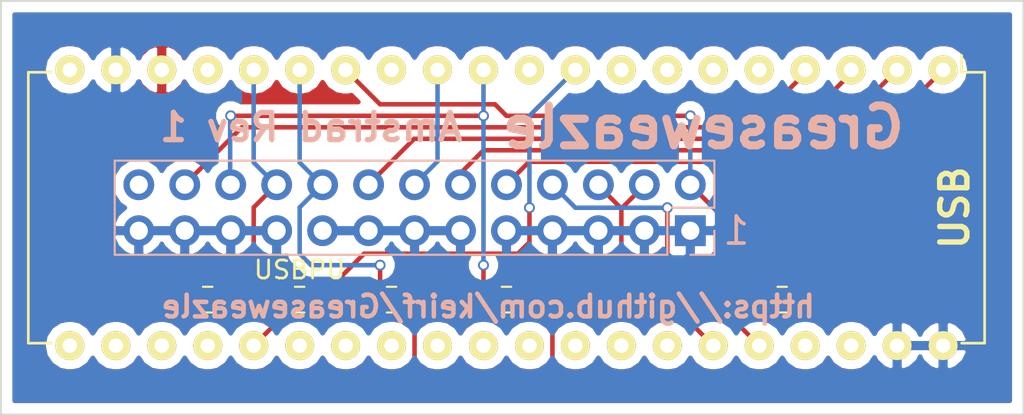
<source format=kicad_pcb>
(kicad_pcb (version 20171130) (host pcbnew 5.0.2-bee76a0~70~ubuntu18.04.1)

  (general
    (thickness 1.6)
    (drawings 9)
    (tracks 77)
    (zones 0)
    (modules 7)
    (nets 16)
  )

  (page A4)
  (layers
    (0 F.Cu signal)
    (31 B.Cu signal)
    (32 B.Adhes user)
    (33 F.Adhes user)
    (34 B.Paste user)
    (35 F.Paste user)
    (36 B.SilkS user)
    (37 F.SilkS user)
    (38 B.Mask user)
    (39 F.Mask user)
    (40 Dwgs.User user)
    (41 Cmts.User user)
    (42 Eco1.User user)
    (43 Eco2.User user)
    (44 Edge.Cuts user)
    (45 Margin user)
    (46 B.CrtYd user)
    (47 F.CrtYd user)
    (48 B.Fab user)
  )

  (setup
    (last_trace_width 0.25)
    (trace_clearance 0.2)
    (zone_clearance 0.508)
    (zone_45_only no)
    (trace_min 0.2)
    (segment_width 0.2)
    (edge_width 0.1)
    (via_size 0.6)
    (via_drill 0.4)
    (via_min_size 0.4)
    (via_min_drill 0.3)
    (uvia_size 0.3)
    (uvia_drill 0.1)
    (uvias_allowed no)
    (uvia_min_size 0.2)
    (uvia_min_drill 0.1)
    (pcb_text_width 0.3)
    (pcb_text_size 1.5 1.5)
    (mod_edge_width 0.15)
    (mod_text_size 1 1)
    (mod_text_width 0.15)
    (pad_size 3.2 3.2)
    (pad_drill 3.2)
    (pad_to_mask_clearance 0)
    (solder_mask_min_width 0.25)
    (aux_axis_origin 0 0)
    (visible_elements FFFFFF7F)
    (pcbplotparams
      (layerselection 0x00030_80000001)
      (usegerberextensions false)
      (usegerberattributes false)
      (usegerberadvancedattributes false)
      (creategerberjobfile false)
      (excludeedgelayer true)
      (linewidth 0.100000)
      (plotframeref false)
      (viasonmask false)
      (mode 1)
      (useauxorigin false)
      (hpglpennumber 1)
      (hpglpenspeed 20)
      (hpglpendiameter 15.000000)
      (psnegative false)
      (psa4output false)
      (plotreference true)
      (plotvalue true)
      (plotinvisibletext false)
      (padsonsilk false)
      (subtractmaskfromsilk false)
      (outputformat 1)
      (mirror false)
      (drillshape 1)
      (scaleselection 1)
      (outputdirectory ""))
  )

  (net 0 "")
  (net 1 +5V)
  (net 2 GND)
  (net 3 /_MTR)
  (net 4 /_INDEX)
  (net 5 /_DIR)
  (net 6 /_STEP)
  (net 7 /_DKWD)
  (net 8 /_DKWE)
  (net 9 /_TRK0)
  (net 10 /_WRPROT)
  (net 11 /_DKRD)
  (net 12 /_SIDE)
  (net 13 /_SEL)
  (net 14 /USB_CONN)
  (net 15 /USB_DP)

  (net_class Default "This is the default net class."
    (clearance 0.2)
    (trace_width 0.25)
    (via_dia 0.6)
    (via_drill 0.4)
    (uvia_dia 0.3)
    (uvia_drill 0.1)
    (add_net +5V)
    (add_net /USB_CONN)
    (add_net /USB_DP)
    (add_net /_DIR)
    (add_net /_DKRD)
    (add_net /_DKWD)
    (add_net /_DKWE)
    (add_net /_INDEX)
    (add_net /_MTR)
    (add_net /_SEL)
    (add_net /_SIDE)
    (add_net /_STEP)
    (add_net /_TRK0)
    (add_net /_WRPROT)
  )

  (net_class PowIn ""
    (clearance 0.2)
    (trace_width 1)
    (via_dia 0.6)
    (via_drill 0.4)
    (uvia_dia 0.3)
    (uvia_drill 0.1)
  )

  (net_class Power ""
    (clearance 0.2)
    (trace_width 0.5)
    (via_dia 0.6)
    (via_drill 0.4)
    (uvia_dia 0.3)
    (uvia_drill 0.1)
    (add_net GND)
  )

  (module Resistor_SMD:R_0805_2012Metric_Pad1.15x1.40mm_HandSolder (layer F.Cu) (tedit 5B36C52B) (tstamp 58B30B24)
    (at 164.465 110.49 180)
    (descr "Resistor SMD 0805 (2012 Metric), square (rectangular) end terminal, IPC_7351 nominal with elongated pad for handsoldering. (Body size source: https://docs.google.com/spreadsheets/d/1BsfQQcO9C6DZCsRaXUlFlo91Tg2WpOkGARC1WS5S8t0/edit?usp=sharing), generated with kicad-footprint-generator")
    (tags "resistor handsolder")
    (path /558D9E66)
    (attr smd)
    (fp_text reference "" (at 0 -1.65 180) (layer F.SilkS)
      (effects (font (size 1 1) (thickness 0.15)))
    )
    (fp_text value 1K (at 0 1.65 180) (layer F.Fab)
      (effects (font (size 1 1) (thickness 0.15)))
    )
    (fp_text user %R (at 0 0 180) (layer F.Fab)
      (effects (font (size 0.5 0.5) (thickness 0.08)))
    )
    (fp_line (start 1.85 0.95) (end -1.85 0.95) (layer F.CrtYd) (width 0.05))
    (fp_line (start 1.85 -0.95) (end 1.85 0.95) (layer F.CrtYd) (width 0.05))
    (fp_line (start -1.85 -0.95) (end 1.85 -0.95) (layer F.CrtYd) (width 0.05))
    (fp_line (start -1.85 0.95) (end -1.85 -0.95) (layer F.CrtYd) (width 0.05))
    (fp_line (start -0.261252 0.71) (end 0.261252 0.71) (layer F.SilkS) (width 0.12))
    (fp_line (start -0.261252 -0.71) (end 0.261252 -0.71) (layer F.SilkS) (width 0.12))
    (fp_line (start 1 0.6) (end -1 0.6) (layer F.Fab) (width 0.1))
    (fp_line (start 1 -0.6) (end 1 0.6) (layer F.Fab) (width 0.1))
    (fp_line (start -1 -0.6) (end 1 -0.6) (layer F.Fab) (width 0.1))
    (fp_line (start -1 0.6) (end -1 -0.6) (layer F.Fab) (width 0.1))
    (pad 2 smd roundrect (at 1.025 0 180) (size 1.15 1.4) (layers F.Cu F.Paste F.Mask) (roundrect_rratio 0.217391)
      (net 4 /_INDEX))
    (pad 1 smd roundrect (at -1.025 0 180) (size 1.15 1.4) (layers F.Cu F.Paste F.Mask) (roundrect_rratio 0.217391)
      (net 1 +5V))
    (model ${KISYS3DMOD}/Resistor_SMD.3dshapes/R_0805_2012Metric.wrl
      (at (xyz 0 0 0))
      (scale (xyz 1 1 1))
      (rotate (xyz 0 0 0))
    )
  )

  (module Resistor_SMD:R_0805_2012Metric_Pad1.15x1.40mm_HandSolder (layer F.Cu) (tedit 5B36C52B) (tstamp 581A1A28)
    (at 149.225 110.49 180)
    (descr "Resistor SMD 0805 (2012 Metric), square (rectangular) end terminal, IPC_7351 nominal with elongated pad for handsoldering. (Body size source: https://docs.google.com/spreadsheets/d/1BsfQQcO9C6DZCsRaXUlFlo91Tg2WpOkGARC1WS5S8t0/edit?usp=sharing), generated with kicad-footprint-generator")
    (tags "resistor handsolder")
    (path /5DAB3504)
    (attr smd)
    (fp_text reference "" (at 0 -1.65 180) (layer F.SilkS)
      (effects (font (size 1 1) (thickness 0.15)))
    )
    (fp_text value 1K (at 0 1.65 180) (layer F.Fab)
      (effects (font (size 1 1) (thickness 0.15)))
    )
    (fp_text user %R (at 0 0 180) (layer F.Fab)
      (effects (font (size 0.5 0.5) (thickness 0.08)))
    )
    (fp_line (start 1.85 0.95) (end -1.85 0.95) (layer F.CrtYd) (width 0.05))
    (fp_line (start 1.85 -0.95) (end 1.85 0.95) (layer F.CrtYd) (width 0.05))
    (fp_line (start -1.85 -0.95) (end 1.85 -0.95) (layer F.CrtYd) (width 0.05))
    (fp_line (start -1.85 0.95) (end -1.85 -0.95) (layer F.CrtYd) (width 0.05))
    (fp_line (start -0.261252 0.71) (end 0.261252 0.71) (layer F.SilkS) (width 0.12))
    (fp_line (start -0.261252 -0.71) (end 0.261252 -0.71) (layer F.SilkS) (width 0.12))
    (fp_line (start 1 0.6) (end -1 0.6) (layer F.Fab) (width 0.1))
    (fp_line (start 1 -0.6) (end 1 0.6) (layer F.Fab) (width 0.1))
    (fp_line (start -1 -0.6) (end 1 -0.6) (layer F.Fab) (width 0.1))
    (fp_line (start -1 0.6) (end -1 -0.6) (layer F.Fab) (width 0.1))
    (pad 2 smd roundrect (at 1.025 0 180) (size 1.15 1.4) (layers F.Cu F.Paste F.Mask) (roundrect_rratio 0.217391)
      (net 11 /_DKRD))
    (pad 1 smd roundrect (at -1.025 0 180) (size 1.15 1.4) (layers F.Cu F.Paste F.Mask) (roundrect_rratio 0.217391)
      (net 1 +5V))
    (model ${KISYS3DMOD}/Resistor_SMD.3dshapes/R_0805_2012Metric.wrl
      (at (xyz 0 0 0))
      (scale (xyz 1 1 1))
      (rotate (xyz 0 0 0))
    )
  )

  (module Resistor_SMD:R_0805_2012Metric_Pad1.15x1.40mm_HandSolder (layer F.Cu) (tedit 5B36C52B) (tstamp 581A1A12)
    (at 142.875 110.49 180)
    (descr "Resistor SMD 0805 (2012 Metric), square (rectangular) end terminal, IPC_7351 nominal with elongated pad for handsoldering. (Body size source: https://docs.google.com/spreadsheets/d/1BsfQQcO9C6DZCsRaXUlFlo91Tg2WpOkGARC1WS5S8t0/edit?usp=sharing), generated with kicad-footprint-generator")
    (tags "resistor handsolder")
    (path /5DAAA6FC)
    (attr smd)
    (fp_text reference "" (at 0 -1.65 180) (layer F.SilkS)
      (effects (font (size 1 1) (thickness 0.15)))
    )
    (fp_text value 1K (at 0 1.65 180) (layer F.Fab)
      (effects (font (size 1 1) (thickness 0.15)))
    )
    (fp_text user %R (at 0 0 180) (layer F.Fab)
      (effects (font (size 0.5 0.5) (thickness 0.08)))
    )
    (fp_line (start 1.85 0.95) (end -1.85 0.95) (layer F.CrtYd) (width 0.05))
    (fp_line (start 1.85 -0.95) (end 1.85 0.95) (layer F.CrtYd) (width 0.05))
    (fp_line (start -1.85 -0.95) (end 1.85 -0.95) (layer F.CrtYd) (width 0.05))
    (fp_line (start -1.85 0.95) (end -1.85 -0.95) (layer F.CrtYd) (width 0.05))
    (fp_line (start -0.261252 0.71) (end 0.261252 0.71) (layer F.SilkS) (width 0.12))
    (fp_line (start -0.261252 -0.71) (end 0.261252 -0.71) (layer F.SilkS) (width 0.12))
    (fp_line (start 1 0.6) (end -1 0.6) (layer F.Fab) (width 0.1))
    (fp_line (start 1 -0.6) (end 1 0.6) (layer F.Fab) (width 0.1))
    (fp_line (start -1 -0.6) (end 1 -0.6) (layer F.Fab) (width 0.1))
    (fp_line (start -1 0.6) (end -1 -0.6) (layer F.Fab) (width 0.1))
    (pad 2 smd roundrect (at 1.025 0 180) (size 1.15 1.4) (layers F.Cu F.Paste F.Mask) (roundrect_rratio 0.217391)
      (net 9 /_TRK0))
    (pad 1 smd roundrect (at -1.025 0 180) (size 1.15 1.4) (layers F.Cu F.Paste F.Mask) (roundrect_rratio 0.217391)
      (net 1 +5V))
    (model ${KISYS3DMOD}/Resistor_SMD.3dshapes/R_0805_2012Metric.wrl
      (at (xyz 0 0 0))
      (scale (xyz 1 1 1))
      (rotate (xyz 0 0 0))
    )
  )

  (module Resistor_SMD:R_0805_2012Metric_Pad1.15x1.40mm_HandSolder (layer F.Cu) (tedit 5B36C52B) (tstamp 581A1A1D)
    (at 132.715 110.49)
    (descr "Resistor SMD 0805 (2012 Metric), square (rectangular) end terminal, IPC_7351 nominal with elongated pad for handsoldering. (Body size source: https://docs.google.com/spreadsheets/d/1BsfQQcO9C6DZCsRaXUlFlo91Tg2WpOkGARC1WS5S8t0/edit?usp=sharing), generated with kicad-footprint-generator")
    (tags "resistor handsolder")
    (path /5DAAEE03)
    (attr smd)
    (fp_text reference "" (at 0 -1.65) (layer F.SilkS)
      (effects (font (size 1 1) (thickness 0.15)))
    )
    (fp_text value 1K (at 0 1.65) (layer F.Fab)
      (effects (font (size 1 1) (thickness 0.15)))
    )
    (fp_text user %R (at 0 0) (layer F.Fab)
      (effects (font (size 0.5 0.5) (thickness 0.08)))
    )
    (fp_line (start 1.85 0.95) (end -1.85 0.95) (layer F.CrtYd) (width 0.05))
    (fp_line (start 1.85 -0.95) (end 1.85 0.95) (layer F.CrtYd) (width 0.05))
    (fp_line (start -1.85 -0.95) (end 1.85 -0.95) (layer F.CrtYd) (width 0.05))
    (fp_line (start -1.85 0.95) (end -1.85 -0.95) (layer F.CrtYd) (width 0.05))
    (fp_line (start -0.261252 0.71) (end 0.261252 0.71) (layer F.SilkS) (width 0.12))
    (fp_line (start -0.261252 -0.71) (end 0.261252 -0.71) (layer F.SilkS) (width 0.12))
    (fp_line (start 1 0.6) (end -1 0.6) (layer F.Fab) (width 0.1))
    (fp_line (start 1 -0.6) (end 1 0.6) (layer F.Fab) (width 0.1))
    (fp_line (start -1 -0.6) (end 1 -0.6) (layer F.Fab) (width 0.1))
    (fp_line (start -1 0.6) (end -1 -0.6) (layer F.Fab) (width 0.1))
    (pad 2 smd roundrect (at 1.025 0) (size 1.15 1.4) (layers F.Cu F.Paste F.Mask) (roundrect_rratio 0.217391)
      (net 10 /_WRPROT))
    (pad 1 smd roundrect (at -1.025 0) (size 1.15 1.4) (layers F.Cu F.Paste F.Mask) (roundrect_rratio 0.217391)
      (net 1 +5V))
    (model ${KISYS3DMOD}/Resistor_SMD.3dshapes/R_0805_2012Metric.wrl
      (at (xyz 0 0 0))
      (scale (xyz 1 1 1))
      (rotate (xyz 0 0 0))
    )
  )

  (module Resistor_SMD:R_0805_2012Metric_Pad1.15x1.40mm_HandSolder (layer F.Cu) (tedit 5DA584BE) (tstamp 581A587E)
    (at 137.795 110.49)
    (descr "Resistor SMD 0805 (2012 Metric), square (rectangular) end terminal, IPC_7351 nominal with elongated pad for handsoldering. (Body size source: https://docs.google.com/spreadsheets/d/1BsfQQcO9C6DZCsRaXUlFlo91Tg2WpOkGARC1WS5S8t0/edit?usp=sharing), generated with kicad-footprint-generator")
    (tags "resistor handsolder")
    (path /5DAD5D7C)
    (attr smd)
    (fp_text reference USBPU (at 0 -1.65) (layer F.SilkS)
      (effects (font (size 1 1) (thickness 0.15)))
    )
    (fp_text value 1.5K (at 0 1.65) (layer F.Fab)
      (effects (font (size 1 1) (thickness 0.15)))
    )
    (fp_text user %R (at 0 0) (layer F.Fab)
      (effects (font (size 0.5 0.5) (thickness 0.08)))
    )
    (fp_line (start 1.85 0.95) (end -1.85 0.95) (layer F.CrtYd) (width 0.05))
    (fp_line (start 1.85 -0.95) (end 1.85 0.95) (layer F.CrtYd) (width 0.05))
    (fp_line (start -1.85 -0.95) (end 1.85 -0.95) (layer F.CrtYd) (width 0.05))
    (fp_line (start -1.85 0.95) (end -1.85 -0.95) (layer F.CrtYd) (width 0.05))
    (fp_line (start -0.261252 0.71) (end 0.261252 0.71) (layer F.SilkS) (width 0.12))
    (fp_line (start -0.261252 -0.71) (end 0.261252 -0.71) (layer F.SilkS) (width 0.12))
    (fp_line (start 1 0.6) (end -1 0.6) (layer F.Fab) (width 0.1))
    (fp_line (start 1 -0.6) (end 1 0.6) (layer F.Fab) (width 0.1))
    (fp_line (start -1 -0.6) (end 1 -0.6) (layer F.Fab) (width 0.1))
    (fp_line (start -1 0.6) (end -1 -0.6) (layer F.Fab) (width 0.1))
    (pad 2 smd roundrect (at 1.025 0) (size 1.15 1.4) (layers F.Cu F.Paste F.Mask) (roundrect_rratio 0.217391)
      (net 15 /USB_DP))
    (pad 1 smd roundrect (at -1.025 0) (size 1.15 1.4) (layers F.Cu F.Paste F.Mask) (roundrect_rratio 0.217391)
      (net 14 /USB_CONN))
    (model ${KISYS3DMOD}/Resistor_SMD.3dshapes/R_0805_2012Metric.wrl
      (at (xyz 0 0 0))
      (scale (xyz 1 1 1))
      (rotate (xyz 0 0 0))
    )
  )

  (module Housings_DIP:DIP-40_W15.24mm (layer F.Cu) (tedit 5DA5808B) (tstamp 581A1AAC)
    (at 173.355 97.79 270)
    (descr "40-lead dip package, row spacing 15.24 mm (600 mils)")
    (tags "dil dip 2.54 600")
    (path /559B9AF3)
    (fp_text reference "" (at 13.335 48.26) (layer F.SilkS) hide
      (effects (font (size 1 1) (thickness 0.15)))
    )
    (fp_text value "" (at 13.335 43.18) (layer Dwgs.User) hide
      (effects (font (size 1 1) (thickness 0.15)))
    )
    (fp_line (start -1.05 -2.45) (end -1.05 50.75) (layer F.CrtYd) (width 0.05))
    (fp_line (start 16.3 -2.45) (end 16.3 50.75) (layer F.CrtYd) (width 0.05))
    (fp_line (start -1.05 -2.45) (end 16.3 -2.45) (layer F.CrtYd) (width 0.05))
    (fp_line (start -1.05 50.75) (end 16.3 50.75) (layer F.CrtYd) (width 0.05))
    (fp_line (start 0.135 -2.295) (end 0.135 -1.025) (layer F.SilkS) (width 0.15))
    (fp_line (start 15.105 -2.295) (end 15.105 -1.025) (layer F.SilkS) (width 0.15))
    (fp_line (start 15.105 50.555) (end 15.105 49.285) (layer F.SilkS) (width 0.15))
    (fp_line (start 0.135 50.555) (end 0.135 49.285) (layer F.SilkS) (width 0.15))
    (fp_line (start 0.135 -2.295) (end 15.105 -2.295) (layer F.SilkS) (width 0.15))
    (fp_line (start 0.135 50.555) (end 15.105 50.555) (layer F.SilkS) (width 0.15))
    (fp_line (start 0.135 -1.025) (end -0.8 -1.025) (layer F.SilkS) (width 0.15))
    (pad 1 thru_hole oval (at 0 0 270) (size 1.6 1.6) (drill 0.8) (layers *.Cu *.Mask F.SilkS)
      (net 5 /_DIR))
    (pad 2 thru_hole oval (at 0 2.54 270) (size 1.6 1.6) (drill 0.8) (layers *.Cu *.Mask F.SilkS)
      (net 6 /_STEP))
    (pad 3 thru_hole oval (at 0 5.08 270) (size 1.6 1.6) (drill 0.8) (layers *.Cu *.Mask F.SilkS)
      (net 8 /_DKWE))
    (pad 4 thru_hole oval (at 0 7.62 270) (size 1.6 1.6) (drill 0.8) (layers *.Cu *.Mask F.SilkS)
      (net 12 /_SIDE))
    (pad 5 thru_hole oval (at 0 10.16 270) (size 1.6 1.6) (drill 0.8) (layers *.Cu *.Mask F.SilkS))
    (pad 6 thru_hole oval (at 0 12.7 270) (size 1.6 1.6) (drill 0.8) (layers *.Cu *.Mask F.SilkS))
    (pad 7 thru_hole oval (at 0 15.24 270) (size 1.6 1.6) (drill 0.8) (layers *.Cu *.Mask F.SilkS))
    (pad 8 thru_hole oval (at 0 17.78 270) (size 1.6 1.6) (drill 0.8) (layers *.Cu *.Mask F.SilkS))
    (pad 9 thru_hole oval (at 0 20.32 270) (size 1.6 1.6) (drill 0.8) (layers *.Cu *.Mask F.SilkS)
      (net 15 /USB_DP))
    (pad 10 thru_hole oval (at 0 22.86 270) (size 1.6 1.6) (drill 0.8) (layers *.Cu *.Mask F.SilkS))
    (pad 11 thru_hole oval (at 0 25.4 270) (size 1.6 1.6) (drill 0.8) (layers *.Cu *.Mask F.SilkS)
      (net 11 /_DKRD))
    (pad 12 thru_hole oval (at 0 27.94 270) (size 1.6 1.6) (drill 0.8) (layers *.Cu *.Mask F.SilkS)
      (net 7 /_DKWD))
    (pad 13 thru_hole oval (at 0 30.48 270) (size 1.6 1.6) (drill 0.8) (layers *.Cu *.Mask F.SilkS))
    (pad 14 thru_hole oval (at 0 33.02 270) (size 1.6 1.6) (drill 0.8) (layers *.Cu *.Mask F.SilkS)
      (net 4 /_INDEX))
    (pad 15 thru_hole oval (at 0 35.56 270) (size 1.6 1.6) (drill 0.8) (layers *.Cu *.Mask F.SilkS)
      (net 9 /_TRK0))
    (pad 16 thru_hole oval (at 0 38.1 270) (size 1.6 1.6) (drill 0.8) (layers *.Cu *.Mask F.SilkS)
      (net 10 /_WRPROT))
    (pad 17 thru_hole oval (at 0 40.64 270) (size 1.6 1.6) (drill 0.8) (layers *.Cu *.Mask F.SilkS))
    (pad 18 thru_hole oval (at 0 43.18 270) (size 1.6 1.6) (drill 0.8) (layers *.Cu *.Mask F.SilkS)
      (net 1 +5V))
    (pad 19 thru_hole oval (at 0 45.72 270) (size 1.6 1.6) (drill 0.8) (layers *.Cu *.Mask F.SilkS)
      (net 2 GND))
    (pad 20 thru_hole oval (at 0 48.26 270) (size 1.6 1.6) (drill 0.8) (layers *.Cu *.Mask F.SilkS))
    (pad 21 thru_hole oval (at 15.24 48.26 270) (size 1.6 1.6) (drill 0.8) (layers *.Cu *.Mask F.SilkS))
    (pad 22 thru_hole oval (at 15.24 45.72 270) (size 1.6 1.6) (drill 0.8) (layers *.Cu *.Mask F.SilkS))
    (pad 23 thru_hole oval (at 15.24 43.18 270) (size 1.6 1.6) (drill 0.8) (layers *.Cu *.Mask F.SilkS))
    (pad 24 thru_hole oval (at 15.24 40.64 270) (size 1.6 1.6) (drill 0.8) (layers *.Cu *.Mask F.SilkS))
    (pad 25 thru_hole oval (at 15.24 38.1 270) (size 1.6 1.6) (drill 0.8) (layers *.Cu *.Mask F.SilkS)
      (net 14 /USB_CONN))
    (pad 26 thru_hole oval (at 15.24 35.56 270) (size 1.6 1.6) (drill 0.8) (layers *.Cu *.Mask F.SilkS))
    (pad 27 thru_hole oval (at 15.24 33.02 270) (size 1.6 1.6) (drill 0.8) (layers *.Cu *.Mask F.SilkS))
    (pad 28 thru_hole oval (at 15.24 30.48 270) (size 1.6 1.6) (drill 0.8) (layers *.Cu *.Mask F.SilkS))
    (pad 29 thru_hole oval (at 15.24 27.94 270) (size 1.6 1.6) (drill 0.8) (layers *.Cu *.Mask F.SilkS))
    (pad 30 thru_hole oval (at 15.24 25.4 270) (size 1.6 1.6) (drill 0.8) (layers *.Cu *.Mask F.SilkS))
    (pad 31 thru_hole oval (at 15.24 22.86 270) (size 1.6 1.6) (drill 0.8) (layers *.Cu *.Mask F.SilkS))
    (pad 32 thru_hole oval (at 15.24 20.32 270) (size 1.6 1.6) (drill 0.8) (layers *.Cu *.Mask F.SilkS))
    (pad 33 thru_hole oval (at 15.24 17.78 270) (size 1.6 1.6) (drill 0.8) (layers *.Cu *.Mask F.SilkS))
    (pad 34 thru_hole oval (at 15.24 15.24 270) (size 1.6 1.6) (drill 0.8) (layers *.Cu *.Mask F.SilkS))
    (pad 35 thru_hole oval (at 15.24 12.7 270) (size 1.6 1.6) (drill 0.8) (layers *.Cu *.Mask F.SilkS)
      (net 13 /_SEL))
    (pad 36 thru_hole oval (at 15.24 10.16 270) (size 1.6 1.6) (drill 0.8) (layers *.Cu *.Mask F.SilkS)
      (net 3 /_MTR))
    (pad 37 thru_hole oval (at 15.24 7.62 270) (size 1.6 1.6) (drill 0.8) (layers *.Cu *.Mask F.SilkS))
    (pad 38 thru_hole oval (at 15.24 5.08 270) (size 1.6 1.6) (drill 0.8) (layers *.Cu *.Mask F.SilkS))
    (pad 39 thru_hole oval (at 15.24 2.54 270) (size 1.6 1.6) (drill 0.8) (layers *.Cu *.Mask F.SilkS)
      (net 2 GND))
    (pad 40 thru_hole oval (at 15.24 0 270) (size 1.6 1.6) (drill 0.8) (layers *.Cu *.Mask F.SilkS)
      (net 2 GND))
    (model Housings_DIP.3dshapes/DIP-40_W15.24mm.wrl
      (at (xyz 0 0 0))
      (scale (xyz 1 1 1))
      (rotate (xyz 0 0 0))
    )
  )

  (module Connector_PinHeader_2.54mm:PinHeader_2x13_P2.54mm_Vertical (layer B.Cu) (tedit 5DA58996) (tstamp 5DB2B179)
    (at 159.385 106.68 90)
    (descr "Through hole straight pin header, 2x13, 2.54mm pitch, double rows")
    (tags "Through hole pin header THT 2x13 2.54mm double row")
    (path /5DA5B79E)
    (fp_text reference "" (at 1.27 2.33 90) (layer B.SilkS)
      (effects (font (size 1 1) (thickness 0.15)) (justify mirror))
    )
    (fp_text value Conn_02x13_Odd_Even (at 1.27 -32.81 90) (layer B.Fab)
      (effects (font (size 1 1) (thickness 0.15)) (justify mirror))
    )
    (fp_line (start 0 1.27) (end 3.81 1.27) (layer B.Fab) (width 0.1))
    (fp_line (start 3.81 1.27) (end 3.81 -31.75) (layer B.Fab) (width 0.1))
    (fp_line (start 3.81 -31.75) (end -1.27 -31.75) (layer B.Fab) (width 0.1))
    (fp_line (start -1.27 -31.75) (end -1.27 0) (layer B.Fab) (width 0.1))
    (fp_line (start -1.27 0) (end 0 1.27) (layer B.Fab) (width 0.1))
    (fp_line (start -1.33 -31.81) (end 3.87 -31.81) (layer B.SilkS) (width 0.12))
    (fp_line (start -1.33 -1.27) (end -1.33 -31.81) (layer B.SilkS) (width 0.12))
    (fp_line (start 3.87 1.33) (end 3.87 -31.81) (layer B.SilkS) (width 0.12))
    (fp_line (start -1.33 -1.27) (end 1.27 -1.27) (layer B.SilkS) (width 0.12))
    (fp_line (start 1.27 -1.27) (end 1.27 1.33) (layer B.SilkS) (width 0.12))
    (fp_line (start 1.27 1.33) (end 3.87 1.33) (layer B.SilkS) (width 0.12))
    (fp_line (start -1.33 0) (end -1.33 1.33) (layer B.SilkS) (width 0.12))
    (fp_line (start -1.33 1.33) (end 0 1.33) (layer B.SilkS) (width 0.12))
    (fp_line (start -1.8 1.8) (end -1.8 -32.25) (layer B.CrtYd) (width 0.05))
    (fp_line (start -1.8 -32.25) (end 4.35 -32.25) (layer B.CrtYd) (width 0.05))
    (fp_line (start 4.35 -32.25) (end 4.35 1.8) (layer B.CrtYd) (width 0.05))
    (fp_line (start 4.35 1.8) (end -1.8 1.8) (layer B.CrtYd) (width 0.05))
    (fp_text user %R (at 1.27 -15.24) (layer B.Fab)
      (effects (font (size 1 1) (thickness 0.15)) (justify mirror))
    )
    (pad 1 thru_hole rect (at 0 0 90) (size 1.7 1.7) (drill 1) (layers *.Cu *.Mask)
      (net 2 GND))
    (pad 2 thru_hole oval (at 2.54 0 90) (size 1.7 1.7) (drill 1) (layers *.Cu *.Mask)
      (net 4 /_INDEX))
    (pad 3 thru_hole oval (at 0 -2.54 90) (size 1.7 1.7) (drill 1) (layers *.Cu *.Mask)
      (net 2 GND))
    (pad 4 thru_hole oval (at 2.54 -2.54 90) (size 1.7 1.7) (drill 1) (layers *.Cu *.Mask)
      (net 13 /_SEL))
    (pad 5 thru_hole oval (at 0 -5.08 90) (size 1.7 1.7) (drill 1) (layers *.Cu *.Mask)
      (net 2 GND))
    (pad 6 thru_hole oval (at 2.54 -5.08 90) (size 1.7 1.7) (drill 1) (layers *.Cu *.Mask)
      (net 13 /_SEL))
    (pad 7 thru_hole oval (at 0 -7.62 90) (size 1.7 1.7) (drill 1) (layers *.Cu *.Mask)
      (net 2 GND))
    (pad 8 thru_hole oval (at 2.54 -7.62 90) (size 1.7 1.7) (drill 1) (layers *.Cu *.Mask)
      (net 3 /_MTR))
    (pad 9 thru_hole oval (at 0 -10.16 90) (size 1.7 1.7) (drill 1) (layers *.Cu *.Mask)
      (net 2 GND))
    (pad 10 thru_hole oval (at 2.54 -10.16 90) (size 1.7 1.7) (drill 1) (layers *.Cu *.Mask)
      (net 5 /_DIR))
    (pad 11 thru_hole oval (at 0 -12.7 90) (size 1.7 1.7) (drill 1) (layers *.Cu *.Mask)
      (net 2 GND))
    (pad 12 thru_hole oval (at 2.54 -12.7 90) (size 1.7 1.7) (drill 1) (layers *.Cu *.Mask)
      (net 6 /_STEP))
    (pad 13 thru_hole oval (at 0 -15.24 90) (size 1.7 1.7) (drill 1) (layers *.Cu *.Mask)
      (net 2 GND))
    (pad 14 thru_hole oval (at 2.54 -15.24 90) (size 1.7 1.7) (drill 1) (layers *.Cu *.Mask)
      (net 7 /_DKWD))
    (pad 15 thru_hole oval (at 0 -17.78 90) (size 1.7 1.7) (drill 1) (layers *.Cu *.Mask)
      (net 2 GND))
    (pad 16 thru_hole oval (at 2.54 -17.78 90) (size 1.7 1.7) (drill 1) (layers *.Cu *.Mask)
      (net 8 /_DKWE))
    (pad 17 thru_hole oval (at 0 -20.32 90) (size 1.7 1.7) (drill 1) (layers *.Cu *.Mask)
      (net 2 GND))
    (pad 18 thru_hole oval (at 2.54 -20.32 90) (size 1.7 1.7) (drill 1) (layers *.Cu *.Mask)
      (net 9 /_TRK0))
    (pad 19 thru_hole oval (at 0 -22.86 90) (size 1.7 1.7) (drill 1) (layers *.Cu *.Mask)
      (net 2 GND))
    (pad 20 thru_hole oval (at 2.54 -22.86 90) (size 1.7 1.7) (drill 1) (layers *.Cu *.Mask)
      (net 10 /_WRPROT))
    (pad 21 thru_hole oval (at 0 -25.4 90) (size 1.7 1.7) (drill 1) (layers *.Cu *.Mask)
      (net 2 GND))
    (pad 22 thru_hole oval (at 2.54 -25.4 90) (size 1.7 1.7) (drill 1) (layers *.Cu *.Mask)
      (net 11 /_DKRD))
    (pad 23 thru_hole oval (at 0 -27.94 90) (size 1.7 1.7) (drill 1) (layers *.Cu *.Mask)
      (net 2 GND))
    (pad 24 thru_hole oval (at 2.54 -27.94 90) (size 1.7 1.7) (drill 1) (layers *.Cu *.Mask)
      (net 12 /_SIDE))
    (pad 25 thru_hole oval (at 0 -30.48 90) (size 1.7 1.7) (drill 1) (layers *.Cu *.Mask)
      (net 2 GND))
    (pad 26 thru_hole oval (at 2.54 -30.48 90) (size 1.7 1.7) (drill 1) (layers *.Cu *.Mask))
    (model ${KISYS3DMOD}/Connector_PinHeader_2.54mm.3dshapes/PinHeader_2x13_P2.54mm_Vertical.wrl
      (at (xyz 0 0 0))
      (scale (xyz 1 1 1))
      (rotate (xyz 0 0 0))
    )
  )

  (gr_line (start 177.8 93.98) (end 177.8 116.84) (angle 90) (layer Edge.Cuts) (width 0.1))
  (gr_line (start 121.285 93.98) (end 177.8 93.98) (angle 90) (layer Edge.Cuts) (width 0.1))
  (gr_line (start 121.285 116.84) (end 121.285 93.98) (angle 90) (layer Edge.Cuts) (width 0.1))
  (gr_line (start 177.8 116.84) (end 121.285 116.84) (angle 90) (layer Edge.Cuts) (width 0.1))
  (gr_text USB (at 173.99 105.41 90) (layer F.SilkS)
    (effects (font (size 1.5 1.5) (thickness 0.3)))
  )
  (gr_text "Amstrad Rev 1" (at 138.43 100.965) (layer B.SilkS)
    (effects (font (size 1.5 1.5) (thickness 0.3)) (justify mirror))
  )
  (gr_text https://github.com/keirf/Greaseweazle (at 148.209 110.871) (layer B.SilkS)
    (effects (font (size 1.2 1.2) (thickness 0.25)) (justify mirror))
  )
  (gr_text Greaseweazle (at 171.45 100.965) (layer B.SilkS)
    (effects (font (size 2.2 2.2) (thickness 0.45)) (justify left mirror))
  )
  (gr_text 1 (at 161.925 106.68) (layer B.SilkS)
    (effects (font (size 1.5 1.5) (thickness 0.2)) (justify mirror))
  )

  (segment (start 150.575 110.49) (end 151.765 111.68) (width 0.25) (layer F.Cu) (net 1) (status 400000))
  (segment (start 151.765 111.68) (end 151.765 114.935) (width 0.25) (layer F.Cu) (net 1) (tstamp 5DA5A6A7))
  (segment (start 143.9 110.49) (end 144.145 110.735) (width 0.25) (layer F.Cu) (net 1) (status C00000))
  (segment (start 144.145 110.735) (end 144.145 114.935) (width 0.25) (layer F.Cu) (net 1) (tstamp 5DA5B760) (status 400000))
  (segment (start 163.195 113.03) (end 158.115 107.95) (width 0.25) (layer F.Cu) (net 3) (status 400000))
  (segment (start 158.115 107.95) (end 158.115 105.39184) (width 0.25) (layer F.Cu) (net 3) (tstamp 5DA579FF))
  (segment (start 151.734 104.15284) (end 151.77784 104.15284) (width 0.25) (layer B.Cu) (net 3) (status C00000))
  (segment (start 158.115 105.41) (end 158.115 105.39184) (width 0.25) (layer F.Cu) (net 3) (tstamp 5DA57A25))
  (via (at 158.115 105.41) (size 0.6) (drill 0.4) (layers F.Cu B.Cu) (net 3))
  (segment (start 153.035 105.41) (end 158.115 105.41) (width 0.25) (layer B.Cu) (net 3) (tstamp 5DA57A21))
  (segment (start 151.77784 104.15284) (end 153.035 105.41) (width 0.25) (layer B.Cu) (net 3) (tstamp 5DA57A20) (status 400000))
  (segment (start 163.115 110.49) (end 163.195 110.41) (width 0.25) (layer F.Cu) (net 4) (status C00000))
  (segment (start 163.44 110.49) (end 163.44 108.195) (width 0.25) (layer F.Cu) (net 4) (status 400000))
  (segment (start 163.44 108.195) (end 159.385 104.14) (width 0.25) (layer F.Cu) (net 4) (tstamp 5DB2E143) (status 800000))
  (segment (start 140.335 97.79) (end 142.24 99.695) (width 0.25) (layer F.Cu) (net 4) (status 400000))
  (segment (start 159.385 100.33) (end 159.385 104.14) (width 0.25) (layer B.Cu) (net 4) (tstamp 5DB2E14B) (status 800000))
  (via (at 159.385 100.33) (size 0.6) (drill 0.4) (layers F.Cu B.Cu) (net 4))
  (segment (start 149.225 100.33) (end 159.385 100.33) (width 0.25) (layer F.Cu) (net 4) (tstamp 5DB2E149))
  (segment (start 148.59 99.695) (end 149.225 100.33) (width 0.25) (layer F.Cu) (net 4) (tstamp 5DB2E148))
  (segment (start 142.24 99.695) (end 148.59 99.695) (width 0.25) (layer F.Cu) (net 4) (tstamp 5DB2E147))
  (segment (start 173.355 97.79) (end 168.275 102.87) (width 0.25) (layer F.Cu) (net 5) (status 400000))
  (segment (start 150.47684 102.87) (end 149.194 104.15284) (width 0.25) (layer F.Cu) (net 5) (tstamp 5DA5793A) (status 800000))
  (segment (start 168.275 102.87) (end 150.47684 102.87) (width 0.25) (layer F.Cu) (net 5) (tstamp 5DA57936))
  (segment (start 170.815 97.79) (end 166.37 102.235) (width 0.25) (layer F.Cu) (net 6) (status 400000))
  (segment (start 146.654 103.536) (end 146.654 104.15284) (width 0.25) (layer F.Cu) (net 6) (tstamp 5DA5794A) (status C00000))
  (segment (start 147.955 102.235) (end 146.654 103.536) (width 0.25) (layer F.Cu) (net 6) (tstamp 5DA57945) (status 800000))
  (segment (start 166.37 102.235) (end 147.955 102.235) (width 0.25) (layer F.Cu) (net 6) (tstamp 5DA57942))
  (segment (start 145.415 97.79) (end 145.415 102.85184) (width 0.25) (layer B.Cu) (net 7) (status 400000))
  (segment (start 145.415 102.85184) (end 144.114 104.15284) (width 0.25) (layer B.Cu) (net 7) (tstamp 5DA57973) (status 800000))
  (segment (start 168.275 97.79) (end 168.275 97.974998) (width 0.25) (layer F.Cu) (net 8) (status C00000))
  (segment (start 144.12684 101.6) (end 141.574 104.15284) (width 0.25) (layer F.Cu) (net 8) (tstamp 5DA57957) (status 800000))
  (segment (start 164.649998 101.6) (end 144.12684 101.6) (width 0.25) (layer F.Cu) (net 8) (tstamp 5DA57951))
  (segment (start 168.275 97.974998) (end 164.649998 101.6) (width 0.25) (layer F.Cu) (net 8) (tstamp 5DA5794D) (status 400000))
  (segment (start 137.795 97.79) (end 137.795 102.91384) (width 0.25) (layer B.Cu) (net 9) (status 400000))
  (segment (start 137.795 102.91384) (end 139.034 104.15284) (width 0.25) (layer B.Cu) (net 9) (tstamp 5DA57969) (status 800000))
  (segment (start 139.034 104.15284) (end 137.795 105.39184) (width 0.25) (layer B.Cu) (net 9) (tstamp 5DA59AC1) (status 400000))
  (segment (start 142.24 110.1) (end 142.24 108.585) (width 0.25) (layer F.Cu) (net 9) (tstamp 5DA5B75C) (status 400000))
  (segment (start 142.24 110.1) (end 141.85 110.49) (width 0.25) (layer F.Cu) (net 9) (status C00000))
  (via (at 142.24 108.585) (size 0.6) (drill 0.4) (layers F.Cu B.Cu) (net 9))
  (segment (start 142.24 108.585) (end 140.97 108.585) (width 0.25) (layer B.Cu) (net 9) (tstamp 5DA59ABC))
  (segment (start 140.97 108.585) (end 138.43 108.585) (width 0.25) (layer B.Cu) (net 9) (tstamp 5DA59ABD))
  (segment (start 138.43 108.585) (end 137.795 107.95) (width 0.25) (layer B.Cu) (net 9) (tstamp 5DA59ABE))
  (segment (start 137.795 107.95) (end 137.795 105.41) (width 0.25) (layer B.Cu) (net 9) (tstamp 5DA59ABF))
  (segment (start 137.795 105.41) (end 137.795 105.39184) (width 0.25) (layer B.Cu) (net 9) (tstamp 5DA59AC0))
  (segment (start 135.255 97.79) (end 135.255 102.91384) (width 0.25) (layer B.Cu) (net 10) (status 400000))
  (segment (start 135.255 102.91384) (end 136.494 104.15284) (width 0.25) (layer B.Cu) (net 10) (tstamp 5DA5796F) (status 800000))
  (segment (start 134.065 110.49) (end 135.255 109.3) (width 0.25) (layer F.Cu) (net 10) (status 400000))
  (segment (start 135.255 105.39184) (end 136.494 104.15284) (width 0.25) (layer F.Cu) (net 10) (tstamp 5DA59A99) (status 800000))
  (segment (start 135.255 109.3) (end 135.255 105.39184) (width 0.25) (layer F.Cu) (net 10) (tstamp 5DA59A98))
  (segment (start 147.955 97.79) (end 147.955 100.33) (width 0.25) (layer B.Cu) (net 11) (status 400000))
  (segment (start 133.954 100.361) (end 133.954 104.15284) (width 0.25) (layer B.Cu) (net 11) (tstamp 5DA5798B) (status 800000))
  (segment (start 133.985 100.33) (end 133.954 100.361) (width 0.25) (layer B.Cu) (net 11) (tstamp 5DA5798A))
  (via (at 133.985 100.33) (size 0.6) (drill 0.4) (layers F.Cu B.Cu) (net 11))
  (segment (start 147.955 100.33) (end 133.985 100.33) (width 0.25) (layer F.Cu) (net 11) (tstamp 5DA57984))
  (via (at 147.955 100.33) (size 0.6) (drill 0.4) (layers F.Cu B.Cu) (net 11))
  (segment (start 147.875 110.49) (end 147.955 110.41) (width 0.25) (layer F.Cu) (net 11) (status C00000))
  (segment (start 147.955 108.585) (end 147.955 100.33) (width 0.25) (layer B.Cu) (net 11) (tstamp 5DA5955E))
  (via (at 147.955 108.585) (size 0.6) (drill 0.4) (layers F.Cu B.Cu) (net 11))
  (segment (start 147.955 110.41) (end 147.955 108.585) (width 0.25) (layer F.Cu) (net 11) (tstamp 5DA5955C) (status 400000))
  (segment (start 165.735 97.79) (end 165.735 97.974998) (width 0.25) (layer F.Cu) (net 12) (status C00000))
  (segment (start 134.60184 100.965) (end 131.414 104.15284) (width 0.25) (layer F.Cu) (net 12) (tstamp 5DA5795F) (status 800000))
  (segment (start 162.744998 100.965) (end 134.60184 100.965) (width 0.25) (layer F.Cu) (net 12) (tstamp 5DA5795C))
  (segment (start 165.735 97.974998) (end 162.744998 100.965) (width 0.25) (layer F.Cu) (net 12) (tstamp 5DA5795B) (status 400000))
  (segment (start 160.655 113.03) (end 155.575 107.95) (width 0.25) (layer F.Cu) (net 13) (status 400000))
  (segment (start 155.575 105.45384) (end 154.274 104.15284) (width 0.25) (layer F.Cu) (net 13) (tstamp 5DA579F2) (status 800000))
  (segment (start 155.575 107.95) (end 155.575 105.45384) (width 0.25) (layer F.Cu) (net 13) (tstamp 5DA579F1))
  (segment (start 156.814 104.15284) (end 156.814 104.21484) (width 0.25) (layer F.Cu) (net 13) (status C00000))
  (segment (start 156.814 104.21484) (end 155.575 105.45384) (width 0.25) (layer F.Cu) (net 13) (tstamp 5DA579F8) (status 400000))
  (segment (start 135.255 113.03) (end 136.77 111.515) (width 0.25) (layer F.Cu) (net 14) (status 400000))
  (segment (start 136.77 111.515) (end 136.77 110.49) (width 0.25) (layer F.Cu) (net 14) (tstamp 5DA5881F) (status 800000))
  (segment (start 138.82 110.49) (end 141.36 107.95) (width 0.25) (layer F.Cu) (net 15) (status 400000))
  (segment (start 150.495 100.33) (end 153.035 97.79) (width 0.25) (layer B.Cu) (net 15) (tstamp 5DA5882A) (status 800000))
  (segment (start 150.495 105.41) (end 150.495 100.33) (width 0.25) (layer B.Cu) (net 15) (tstamp 5DA58829))
  (via (at 150.495 105.41) (size 0.6) (drill 0.4) (layers F.Cu B.Cu) (net 15))
  (segment (start 150.495 107.315) (end 150.495 105.41) (width 0.25) (layer F.Cu) (net 15) (tstamp 5DA58826))
  (segment (start 149.86 107.95) (end 150.495 107.315) (width 0.25) (layer F.Cu) (net 15) (tstamp 5DA58825))
  (segment (start 141.36 107.95) (end 149.86 107.95) (width 0.25) (layer F.Cu) (net 15) (tstamp 5DA58823))

  (zone (net 1) (net_name +5V) (layer F.Cu) (tstamp 5DB2E470) (hatch edge 0.508)
    (connect_pads (clearance 0.508))
    (min_thickness 0.254)
    (fill yes (arc_segments 16) (thermal_gap 0.508) (thermal_bridge_width 0.508))
    (polygon
      (pts
        (xy 177.165 116.205) (xy 121.92 116.205) (xy 121.92 94.615) (xy 177.165 94.615)
      )
    )
    (filled_polygon
      (pts
        (xy 177.038 116.078) (xy 122.047 116.078) (xy 122.047 113.03) (xy 123.631887 113.03) (xy 123.74326 113.589909)
        (xy 124.060423 114.064577) (xy 124.535091 114.38174) (xy 124.953667 114.465) (xy 125.236333 114.465) (xy 125.654909 114.38174)
        (xy 126.129577 114.064577) (xy 126.365 113.712242) (xy 126.600423 114.064577) (xy 127.075091 114.38174) (xy 127.493667 114.465)
        (xy 127.776333 114.465) (xy 128.194909 114.38174) (xy 128.669577 114.064577) (xy 128.905 113.712242) (xy 129.140423 114.064577)
        (xy 129.615091 114.38174) (xy 130.033667 114.465) (xy 130.316333 114.465) (xy 130.734909 114.38174) (xy 131.209577 114.064577)
        (xy 131.445 113.712242) (xy 131.680423 114.064577) (xy 132.155091 114.38174) (xy 132.573667 114.465) (xy 132.856333 114.465)
        (xy 133.274909 114.38174) (xy 133.749577 114.064577) (xy 133.985 113.712242) (xy 134.220423 114.064577) (xy 134.695091 114.38174)
        (xy 135.113667 114.465) (xy 135.396333 114.465) (xy 135.814909 114.38174) (xy 136.289577 114.064577) (xy 136.525 113.712242)
        (xy 136.760423 114.064577) (xy 137.235091 114.38174) (xy 137.653667 114.465) (xy 137.936333 114.465) (xy 138.354909 114.38174)
        (xy 138.829577 114.064577) (xy 139.065 113.712242) (xy 139.300423 114.064577) (xy 139.775091 114.38174) (xy 140.193667 114.465)
        (xy 140.476333 114.465) (xy 140.894909 114.38174) (xy 141.369577 114.064577) (xy 141.605 113.712242) (xy 141.840423 114.064577)
        (xy 142.315091 114.38174) (xy 142.733667 114.465) (xy 143.016333 114.465) (xy 143.434909 114.38174) (xy 143.909577 114.064577)
        (xy 144.145 113.712242) (xy 144.380423 114.064577) (xy 144.855091 114.38174) (xy 145.273667 114.465) (xy 145.556333 114.465)
        (xy 145.974909 114.38174) (xy 146.449577 114.064577) (xy 146.685 113.712242) (xy 146.920423 114.064577) (xy 147.395091 114.38174)
        (xy 147.813667 114.465) (xy 148.096333 114.465) (xy 148.514909 114.38174) (xy 148.989577 114.064577) (xy 149.225 113.712242)
        (xy 149.460423 114.064577) (xy 149.935091 114.38174) (xy 150.353667 114.465) (xy 150.636333 114.465) (xy 151.054909 114.38174)
        (xy 151.529577 114.064577) (xy 151.765 113.712242) (xy 152.000423 114.064577) (xy 152.475091 114.38174) (xy 152.893667 114.465)
        (xy 153.176333 114.465) (xy 153.594909 114.38174) (xy 154.069577 114.064577) (xy 154.305 113.712242) (xy 154.540423 114.064577)
        (xy 155.015091 114.38174) (xy 155.433667 114.465) (xy 155.716333 114.465) (xy 156.134909 114.38174) (xy 156.609577 114.064577)
        (xy 156.845 113.712242) (xy 157.080423 114.064577) (xy 157.555091 114.38174) (xy 157.973667 114.465) (xy 158.256333 114.465)
        (xy 158.674909 114.38174) (xy 159.149577 114.064577) (xy 159.385 113.712242) (xy 159.620423 114.064577) (xy 160.095091 114.38174)
        (xy 160.513667 114.465) (xy 160.796333 114.465) (xy 161.214909 114.38174) (xy 161.689577 114.064577) (xy 161.925 113.712242)
        (xy 162.160423 114.064577) (xy 162.635091 114.38174) (xy 163.053667 114.465) (xy 163.336333 114.465) (xy 163.754909 114.38174)
        (xy 164.229577 114.064577) (xy 164.465 113.712242) (xy 164.700423 114.064577) (xy 165.175091 114.38174) (xy 165.593667 114.465)
        (xy 165.876333 114.465) (xy 166.294909 114.38174) (xy 166.769577 114.064577) (xy 167.005 113.712242) (xy 167.240423 114.064577)
        (xy 167.715091 114.38174) (xy 168.133667 114.465) (xy 168.416333 114.465) (xy 168.834909 114.38174) (xy 169.309577 114.064577)
        (xy 169.545 113.712242) (xy 169.780423 114.064577) (xy 170.255091 114.38174) (xy 170.673667 114.465) (xy 170.956333 114.465)
        (xy 171.374909 114.38174) (xy 171.849577 114.064577) (xy 172.085 113.712242) (xy 172.320423 114.064577) (xy 172.795091 114.38174)
        (xy 173.213667 114.465) (xy 173.496333 114.465) (xy 173.914909 114.38174) (xy 174.389577 114.064577) (xy 174.70674 113.589909)
        (xy 174.818113 113.03) (xy 174.70674 112.470091) (xy 174.389577 111.995423) (xy 173.914909 111.67826) (xy 173.496333 111.595)
        (xy 173.213667 111.595) (xy 172.795091 111.67826) (xy 172.320423 111.995423) (xy 172.085 112.347758) (xy 171.849577 111.995423)
        (xy 171.374909 111.67826) (xy 170.956333 111.595) (xy 170.673667 111.595) (xy 170.255091 111.67826) (xy 169.780423 111.995423)
        (xy 169.545 112.347758) (xy 169.309577 111.995423) (xy 168.834909 111.67826) (xy 168.416333 111.595) (xy 168.133667 111.595)
        (xy 167.715091 111.67826) (xy 167.240423 111.995423) (xy 167.005 112.347758) (xy 166.769577 111.995423) (xy 166.390833 111.742354)
        (xy 166.424698 111.728327) (xy 166.603327 111.549699) (xy 166.7 111.31631) (xy 166.7 110.77575) (xy 166.54125 110.617)
        (xy 165.617 110.617) (xy 165.617 110.637) (xy 165.363 110.637) (xy 165.363 110.617) (xy 165.343 110.617)
        (xy 165.343 110.363) (xy 165.363 110.363) (xy 165.363 109.31375) (xy 165.617 109.31375) (xy 165.617 110.363)
        (xy 166.54125 110.363) (xy 166.7 110.20425) (xy 166.7 109.66369) (xy 166.603327 109.430301) (xy 166.424698 109.251673)
        (xy 166.191309 109.155) (xy 165.77575 109.155) (xy 165.617 109.31375) (xy 165.363 109.31375) (xy 165.20425 109.155)
        (xy 164.788691 109.155) (xy 164.555302 109.251673) (xy 164.400377 109.406597) (xy 164.399586 109.405414) (xy 164.2 109.272054)
        (xy 164.2 108.269847) (xy 164.214888 108.195) (xy 164.2 108.120153) (xy 164.2 108.120148) (xy 164.155904 107.898463)
        (xy 163.987929 107.647071) (xy 163.924473 107.604671) (xy 160.826209 104.506408) (xy 160.899092 104.14) (xy 160.797647 103.63)
        (xy 168.200153 103.63) (xy 168.275 103.644888) (xy 168.349847 103.63) (xy 168.349852 103.63) (xy 168.571537 103.585904)
        (xy 168.822929 103.417929) (xy 168.865331 103.35447) (xy 173.031114 99.188688) (xy 173.213667 99.225) (xy 173.496333 99.225)
        (xy 173.914909 99.14174) (xy 174.389577 98.824577) (xy 174.70674 98.349909) (xy 174.818113 97.79) (xy 174.70674 97.230091)
        (xy 174.389577 96.755423) (xy 173.914909 96.43826) (xy 173.496333 96.355) (xy 173.213667 96.355) (xy 172.795091 96.43826)
        (xy 172.320423 96.755423) (xy 172.085 97.107758) (xy 171.849577 96.755423) (xy 171.374909 96.43826) (xy 170.956333 96.355)
        (xy 170.673667 96.355) (xy 170.255091 96.43826) (xy 169.780423 96.755423) (xy 169.545 97.107758) (xy 169.309577 96.755423)
        (xy 168.834909 96.43826) (xy 168.416333 96.355) (xy 168.133667 96.355) (xy 167.715091 96.43826) (xy 167.240423 96.755423)
        (xy 167.005 97.107758) (xy 166.769577 96.755423) (xy 166.294909 96.43826) (xy 165.876333 96.355) (xy 165.593667 96.355)
        (xy 165.175091 96.43826) (xy 164.700423 96.755423) (xy 164.465 97.107758) (xy 164.229577 96.755423) (xy 163.754909 96.43826)
        (xy 163.336333 96.355) (xy 163.053667 96.355) (xy 162.635091 96.43826) (xy 162.160423 96.755423) (xy 161.925 97.107758)
        (xy 161.689577 96.755423) (xy 161.214909 96.43826) (xy 160.796333 96.355) (xy 160.513667 96.355) (xy 160.095091 96.43826)
        (xy 159.620423 96.755423) (xy 159.385 97.107758) (xy 159.149577 96.755423) (xy 158.674909 96.43826) (xy 158.256333 96.355)
        (xy 157.973667 96.355) (xy 157.555091 96.43826) (xy 157.080423 96.755423) (xy 156.845 97.107758) (xy 156.609577 96.755423)
        (xy 156.134909 96.43826) (xy 155.716333 96.355) (xy 155.433667 96.355) (xy 155.015091 96.43826) (xy 154.540423 96.755423)
        (xy 154.305 97.107758) (xy 154.069577 96.755423) (xy 153.594909 96.43826) (xy 153.176333 96.355) (xy 152.893667 96.355)
        (xy 152.475091 96.43826) (xy 152.000423 96.755423) (xy 151.765 97.107758) (xy 151.529577 96.755423) (xy 151.054909 96.43826)
        (xy 150.636333 96.355) (xy 150.353667 96.355) (xy 149.935091 96.43826) (xy 149.460423 96.755423) (xy 149.225 97.107758)
        (xy 148.989577 96.755423) (xy 148.514909 96.43826) (xy 148.096333 96.355) (xy 147.813667 96.355) (xy 147.395091 96.43826)
        (xy 146.920423 96.755423) (xy 146.685 97.107758) (xy 146.449577 96.755423) (xy 145.974909 96.43826) (xy 145.556333 96.355)
        (xy 145.273667 96.355) (xy 144.855091 96.43826) (xy 144.380423 96.755423) (xy 144.145 97.107758) (xy 143.909577 96.755423)
        (xy 143.434909 96.43826) (xy 143.016333 96.355) (xy 142.733667 96.355) (xy 142.315091 96.43826) (xy 141.840423 96.755423)
        (xy 141.605 97.107758) (xy 141.369577 96.755423) (xy 140.894909 96.43826) (xy 140.476333 96.355) (xy 140.193667 96.355)
        (xy 139.775091 96.43826) (xy 139.300423 96.755423) (xy 139.065 97.107758) (xy 138.829577 96.755423) (xy 138.354909 96.43826)
        (xy 137.936333 96.355) (xy 137.653667 96.355) (xy 137.235091 96.43826) (xy 136.760423 96.755423) (xy 136.525 97.107758)
        (xy 136.289577 96.755423) (xy 135.814909 96.43826) (xy 135.396333 96.355) (xy 135.113667 96.355) (xy 134.695091 96.43826)
        (xy 134.220423 96.755423) (xy 133.985 97.107758) (xy 133.749577 96.755423) (xy 133.274909 96.43826) (xy 132.856333 96.355)
        (xy 132.573667 96.355) (xy 132.155091 96.43826) (xy 131.680423 96.755423) (xy 131.424053 97.139108) (xy 131.327389 96.934866)
        (xy 130.912423 96.558959) (xy 130.524039 96.398096) (xy 130.302 96.520085) (xy 130.302 97.663) (xy 130.322 97.663)
        (xy 130.322 97.917) (xy 130.302 97.917) (xy 130.302 99.059915) (xy 130.524039 99.181904) (xy 130.912423 99.021041)
        (xy 131.327389 98.645134) (xy 131.424053 98.440892) (xy 131.680423 98.824577) (xy 132.155091 99.14174) (xy 132.573667 99.225)
        (xy 132.856333 99.225) (xy 133.274909 99.14174) (xy 133.749577 98.824577) (xy 133.985 98.472242) (xy 134.220423 98.824577)
        (xy 134.695091 99.14174) (xy 135.113667 99.225) (xy 135.396333 99.225) (xy 135.814909 99.14174) (xy 136.289577 98.824577)
        (xy 136.525 98.472242) (xy 136.760423 98.824577) (xy 137.235091 99.14174) (xy 137.653667 99.225) (xy 137.936333 99.225)
        (xy 138.354909 99.14174) (xy 138.829577 98.824577) (xy 139.065 98.472242) (xy 139.300423 98.824577) (xy 139.775091 99.14174)
        (xy 140.193667 99.225) (xy 140.476333 99.225) (xy 140.658886 99.188688) (xy 141.040198 99.57) (xy 134.54729 99.57)
        (xy 134.514635 99.537345) (xy 134.170983 99.395) (xy 133.799017 99.395) (xy 133.455365 99.537345) (xy 133.192345 99.800365)
        (xy 133.05 100.144017) (xy 133.05 100.515983) (xy 133.192345 100.859635) (xy 133.412374 101.079664) (xy 131.796261 102.695778)
        (xy 131.591256 102.655) (xy 131.298744 102.655) (xy 130.865582 102.741161) (xy 130.374375 103.069375) (xy 130.175 103.367761)
        (xy 129.975625 103.069375) (xy 129.484418 102.741161) (xy 129.051256 102.655) (xy 128.758744 102.655) (xy 128.325582 102.741161)
        (xy 127.834375 103.069375) (xy 127.506161 103.560582) (xy 127.390908 104.14) (xy 127.506161 104.719418) (xy 127.834375 105.210625)
        (xy 128.132761 105.41) (xy 127.834375 105.609375) (xy 127.506161 106.100582) (xy 127.390908 106.68) (xy 127.506161 107.259418)
        (xy 127.834375 107.750625) (xy 128.325582 108.078839) (xy 128.758744 108.165) (xy 129.051256 108.165) (xy 129.484418 108.078839)
        (xy 129.975625 107.750625) (xy 130.175 107.452239) (xy 130.374375 107.750625) (xy 130.865582 108.078839) (xy 131.298744 108.165)
        (xy 131.591256 108.165) (xy 132.024418 108.078839) (xy 132.515625 107.750625) (xy 132.715 107.452239) (xy 132.914375 107.750625)
        (xy 133.405582 108.078839) (xy 133.838744 108.165) (xy 134.131256 108.165) (xy 134.495 108.092647) (xy 134.495 108.985198)
        (xy 134.292405 109.187793) (xy 134.065001 109.14256) (xy 133.414999 109.14256) (xy 133.071564 109.210873) (xy 132.780414 109.405414)
        (xy 132.779623 109.406597) (xy 132.624698 109.251673) (xy 132.391309 109.155) (xy 131.97575 109.155) (xy 131.817 109.31375)
        (xy 131.817 110.363) (xy 131.837 110.363) (xy 131.837 110.617) (xy 131.817 110.617) (xy 131.817 111.66625)
        (xy 131.95962 111.80887) (xy 131.680423 111.995423) (xy 131.445 112.347758) (xy 131.209577 111.995423) (xy 130.89879 111.787762)
        (xy 130.988691 111.825) (xy 131.40425 111.825) (xy 131.563 111.66625) (xy 131.563 110.617) (xy 130.63875 110.617)
        (xy 130.48 110.77575) (xy 130.48 111.31631) (xy 130.576673 111.549699) (xy 130.697866 111.670892) (xy 130.316333 111.595)
        (xy 130.033667 111.595) (xy 129.615091 111.67826) (xy 129.140423 111.995423) (xy 128.905 112.347758) (xy 128.669577 111.995423)
        (xy 128.194909 111.67826) (xy 127.776333 111.595) (xy 127.493667 111.595) (xy 127.075091 111.67826) (xy 126.600423 111.995423)
        (xy 126.365 112.347758) (xy 126.129577 111.995423) (xy 125.654909 111.67826) (xy 125.236333 111.595) (xy 124.953667 111.595)
        (xy 124.535091 111.67826) (xy 124.060423 111.995423) (xy 123.74326 112.470091) (xy 123.631887 113.03) (xy 122.047 113.03)
        (xy 122.047 109.66369) (xy 130.48 109.66369) (xy 130.48 110.20425) (xy 130.63875 110.363) (xy 131.563 110.363)
        (xy 131.563 109.31375) (xy 131.40425 109.155) (xy 130.988691 109.155) (xy 130.755302 109.251673) (xy 130.576673 109.430301)
        (xy 130.48 109.66369) (xy 122.047 109.66369) (xy 122.047 97.79) (xy 123.631887 97.79) (xy 123.74326 98.349909)
        (xy 124.060423 98.824577) (xy 124.535091 99.14174) (xy 124.953667 99.225) (xy 125.236333 99.225) (xy 125.654909 99.14174)
        (xy 126.129577 98.824577) (xy 126.365 98.472242) (xy 126.600423 98.824577) (xy 127.075091 99.14174) (xy 127.493667 99.225)
        (xy 127.776333 99.225) (xy 128.194909 99.14174) (xy 128.669577 98.824577) (xy 128.925947 98.440892) (xy 129.022611 98.645134)
        (xy 129.437577 99.021041) (xy 129.825961 99.181904) (xy 130.048 99.059915) (xy 130.048 97.917) (xy 130.028 97.917)
        (xy 130.028 97.663) (xy 130.048 97.663) (xy 130.048 96.520085) (xy 129.825961 96.398096) (xy 129.437577 96.558959)
        (xy 129.022611 96.934866) (xy 128.925947 97.139108) (xy 128.669577 96.755423) (xy 128.194909 96.43826) (xy 127.776333 96.355)
        (xy 127.493667 96.355) (xy 127.075091 96.43826) (xy 126.600423 96.755423) (xy 126.365 97.107758) (xy 126.129577 96.755423)
        (xy 125.654909 96.43826) (xy 125.236333 96.355) (xy 124.953667 96.355) (xy 124.535091 96.43826) (xy 124.060423 96.755423)
        (xy 123.74326 97.230091) (xy 123.631887 97.79) (xy 122.047 97.79) (xy 122.047 94.742) (xy 177.038 94.742)
      )
    )
    (filled_polygon
      (pts
        (xy 147.02 108.770983) (xy 147.162345 109.114635) (xy 147.195001 109.147291) (xy 147.195001 109.47338) (xy 147.045873 109.696564)
        (xy 146.97756 110.039999) (xy 146.97756 110.940001) (xy 147.045873 111.283436) (xy 147.240414 111.574586) (xy 147.395462 111.678186)
        (xy 147.395091 111.67826) (xy 146.920423 111.995423) (xy 146.685 112.347758) (xy 146.449577 111.995423) (xy 145.974909 111.67826)
        (xy 145.556333 111.595) (xy 145.273667 111.595) (xy 144.892134 111.670892) (xy 145.013327 111.549699) (xy 145.11 111.31631)
        (xy 145.11 110.77575) (xy 144.95125 110.617) (xy 144.027 110.617) (xy 144.027 111.66625) (xy 144.18575 111.825)
        (xy 144.601309 111.825) (xy 144.69121 111.787762) (xy 144.380423 111.995423) (xy 144.145 112.347758) (xy 143.909577 111.995423)
        (xy 143.63038 111.80887) (xy 143.773 111.66625) (xy 143.773 110.617) (xy 143.753 110.617) (xy 143.753 110.363)
        (xy 143.773 110.363) (xy 143.773 109.31375) (xy 144.027 109.31375) (xy 144.027 110.363) (xy 144.95125 110.363)
        (xy 145.11 110.20425) (xy 145.11 109.66369) (xy 145.013327 109.430301) (xy 144.834698 109.251673) (xy 144.601309 109.155)
        (xy 144.18575 109.155) (xy 144.027 109.31375) (xy 143.773 109.31375) (xy 143.61425 109.155) (xy 143.198691 109.155)
        (xy 143 109.237301) (xy 143 109.14729) (xy 143.032655 109.114635) (xy 143.175 108.770983) (xy 143.175 108.71)
        (xy 147.02 108.71)
      )
    )
    (filled_polygon
      (pts
        (xy 153.234375 107.750625) (xy 153.725582 108.078839) (xy 154.158744 108.165) (xy 154.451256 108.165) (xy 154.827972 108.090067)
        (xy 154.859096 108.246536) (xy 155.027071 108.497929) (xy 155.09053 108.540331) (xy 158.145198 111.595) (xy 157.973667 111.595)
        (xy 157.555091 111.67826) (xy 157.080423 111.995423) (xy 156.845 112.347758) (xy 156.609577 111.995423) (xy 156.134909 111.67826)
        (xy 155.716333 111.595) (xy 155.433667 111.595) (xy 155.015091 111.67826) (xy 154.540423 111.995423) (xy 154.305 112.347758)
        (xy 154.069577 111.995423) (xy 153.594909 111.67826) (xy 153.176333 111.595) (xy 152.893667 111.595) (xy 152.475091 111.67826)
        (xy 152.000423 111.995423) (xy 151.765 112.347758) (xy 151.529577 111.995423) (xy 151.150833 111.742354) (xy 151.184698 111.728327)
        (xy 151.363327 111.549699) (xy 151.46 111.31631) (xy 151.46 110.77575) (xy 151.30125 110.617) (xy 150.377 110.617)
        (xy 150.377 110.637) (xy 150.123 110.637) (xy 150.123 110.617) (xy 150.103 110.617) (xy 150.103 110.363)
        (xy 150.123 110.363) (xy 150.123 109.31375) (xy 150.377 109.31375) (xy 150.377 110.363) (xy 151.30125 110.363)
        (xy 151.46 110.20425) (xy 151.46 109.66369) (xy 151.363327 109.430301) (xy 151.184698 109.251673) (xy 150.951309 109.155)
        (xy 150.53575 109.155) (xy 150.377 109.31375) (xy 150.123 109.31375) (xy 149.96425 109.155) (xy 149.548691 109.155)
        (xy 149.315302 109.251673) (xy 149.160377 109.406597) (xy 149.159586 109.405414) (xy 148.868436 109.210873) (xy 148.715 109.180353)
        (xy 148.715 109.14729) (xy 148.747655 109.114635) (xy 148.89 108.770983) (xy 148.89 108.71) (xy 149.785153 108.71)
        (xy 149.86 108.724888) (xy 149.934847 108.71) (xy 149.934852 108.71) (xy 150.156537 108.665904) (xy 150.407929 108.497929)
        (xy 150.450331 108.43447) (xy 150.958017 107.926785) (xy 151.185582 108.078839) (xy 151.618744 108.165) (xy 151.911256 108.165)
        (xy 152.344418 108.078839) (xy 152.835625 107.750625) (xy 153.035 107.452239)
      )
    )
  )
  (zone (net 2) (net_name GND) (layer B.Cu) (tstamp 5DB2E471) (hatch edge 0.508)
    (connect_pads (clearance 0.508))
    (min_thickness 0.254)
    (fill yes (arc_segments 16) (thermal_gap 0.508) (thermal_bridge_width 0.508))
    (polygon
      (pts
        (xy 177.165 116.205) (xy 121.92 116.205) (xy 121.92 94.615) (xy 177.165 94.615)
      )
    )
    (filled_polygon
      (pts
        (xy 177.038 116.078) (xy 122.047 116.078) (xy 122.047 113.03) (xy 123.631887 113.03) (xy 123.74326 113.589909)
        (xy 124.060423 114.064577) (xy 124.535091 114.38174) (xy 124.953667 114.465) (xy 125.236333 114.465) (xy 125.654909 114.38174)
        (xy 126.129577 114.064577) (xy 126.365 113.712242) (xy 126.600423 114.064577) (xy 127.075091 114.38174) (xy 127.493667 114.465)
        (xy 127.776333 114.465) (xy 128.194909 114.38174) (xy 128.669577 114.064577) (xy 128.905 113.712242) (xy 129.140423 114.064577)
        (xy 129.615091 114.38174) (xy 130.033667 114.465) (xy 130.316333 114.465) (xy 130.734909 114.38174) (xy 131.209577 114.064577)
        (xy 131.445 113.712242) (xy 131.680423 114.064577) (xy 132.155091 114.38174) (xy 132.573667 114.465) (xy 132.856333 114.465)
        (xy 133.274909 114.38174) (xy 133.749577 114.064577) (xy 133.985 113.712242) (xy 134.220423 114.064577) (xy 134.695091 114.38174)
        (xy 135.113667 114.465) (xy 135.396333 114.465) (xy 135.814909 114.38174) (xy 136.289577 114.064577) (xy 136.525 113.712242)
        (xy 136.760423 114.064577) (xy 137.235091 114.38174) (xy 137.653667 114.465) (xy 137.936333 114.465) (xy 138.354909 114.38174)
        (xy 138.829577 114.064577) (xy 139.065 113.712242) (xy 139.300423 114.064577) (xy 139.775091 114.38174) (xy 140.193667 114.465)
        (xy 140.476333 114.465) (xy 140.894909 114.38174) (xy 141.369577 114.064577) (xy 141.605 113.712242) (xy 141.840423 114.064577)
        (xy 142.315091 114.38174) (xy 142.733667 114.465) (xy 143.016333 114.465) (xy 143.434909 114.38174) (xy 143.909577 114.064577)
        (xy 144.145 113.712242) (xy 144.380423 114.064577) (xy 144.855091 114.38174) (xy 145.273667 114.465) (xy 145.556333 114.465)
        (xy 145.974909 114.38174) (xy 146.449577 114.064577) (xy 146.685 113.712242) (xy 146.920423 114.064577) (xy 147.395091 114.38174)
        (xy 147.813667 114.465) (xy 148.096333 114.465) (xy 148.514909 114.38174) (xy 148.989577 114.064577) (xy 149.225 113.712242)
        (xy 149.460423 114.064577) (xy 149.935091 114.38174) (xy 150.353667 114.465) (xy 150.636333 114.465) (xy 151.054909 114.38174)
        (xy 151.529577 114.064577) (xy 151.765 113.712242) (xy 152.000423 114.064577) (xy 152.475091 114.38174) (xy 152.893667 114.465)
        (xy 153.176333 114.465) (xy 153.594909 114.38174) (xy 154.069577 114.064577) (xy 154.305 113.712242) (xy 154.540423 114.064577)
        (xy 155.015091 114.38174) (xy 155.433667 114.465) (xy 155.716333 114.465) (xy 156.134909 114.38174) (xy 156.609577 114.064577)
        (xy 156.845 113.712242) (xy 157.080423 114.064577) (xy 157.555091 114.38174) (xy 157.973667 114.465) (xy 158.256333 114.465)
        (xy 158.674909 114.38174) (xy 159.149577 114.064577) (xy 159.385 113.712242) (xy 159.620423 114.064577) (xy 160.095091 114.38174)
        (xy 160.513667 114.465) (xy 160.796333 114.465) (xy 161.214909 114.38174) (xy 161.689577 114.064577) (xy 161.925 113.712242)
        (xy 162.160423 114.064577) (xy 162.635091 114.38174) (xy 163.053667 114.465) (xy 163.336333 114.465) (xy 163.754909 114.38174)
        (xy 164.229577 114.064577) (xy 164.465 113.712242) (xy 164.700423 114.064577) (xy 165.175091 114.38174) (xy 165.593667 114.465)
        (xy 165.876333 114.465) (xy 166.294909 114.38174) (xy 166.769577 114.064577) (xy 167.005 113.712242) (xy 167.240423 114.064577)
        (xy 167.715091 114.38174) (xy 168.133667 114.465) (xy 168.416333 114.465) (xy 168.834909 114.38174) (xy 169.309577 114.064577)
        (xy 169.565947 113.680892) (xy 169.662611 113.885134) (xy 170.077577 114.261041) (xy 170.465961 114.421904) (xy 170.688 114.299915)
        (xy 170.688 113.157) (xy 170.942 113.157) (xy 170.942 114.299915) (xy 171.164039 114.421904) (xy 171.552423 114.261041)
        (xy 171.967389 113.885134) (xy 172.085 113.636633) (xy 172.202611 113.885134) (xy 172.617577 114.261041) (xy 173.005961 114.421904)
        (xy 173.228 114.299915) (xy 173.228 113.157) (xy 173.482 113.157) (xy 173.482 114.299915) (xy 173.704039 114.421904)
        (xy 174.092423 114.261041) (xy 174.507389 113.885134) (xy 174.746914 113.379041) (xy 174.625629 113.157) (xy 173.482 113.157)
        (xy 173.228 113.157) (xy 170.942 113.157) (xy 170.688 113.157) (xy 170.668 113.157) (xy 170.668 112.903)
        (xy 170.688 112.903) (xy 170.688 111.760085) (xy 170.942 111.760085) (xy 170.942 112.903) (xy 173.228 112.903)
        (xy 173.228 111.760085) (xy 173.482 111.760085) (xy 173.482 112.903) (xy 174.625629 112.903) (xy 174.746914 112.680959)
        (xy 174.507389 112.174866) (xy 174.092423 111.798959) (xy 173.704039 111.638096) (xy 173.482 111.760085) (xy 173.228 111.760085)
        (xy 173.005961 111.638096) (xy 172.617577 111.798959) (xy 172.202611 112.174866) (xy 172.085 112.423367) (xy 171.967389 112.174866)
        (xy 171.552423 111.798959) (xy 171.164039 111.638096) (xy 170.942 111.760085) (xy 170.688 111.760085) (xy 170.465961 111.638096)
        (xy 170.077577 111.798959) (xy 169.662611 112.174866) (xy 169.565947 112.379108) (xy 169.309577 111.995423) (xy 168.834909 111.67826)
        (xy 168.416333 111.595) (xy 168.133667 111.595) (xy 167.715091 111.67826) (xy 167.240423 111.995423) (xy 167.005 112.347758)
        (xy 166.769577 111.995423) (xy 166.294909 111.67826) (xy 165.876333 111.595) (xy 165.593667 111.595) (xy 165.175091 111.67826)
        (xy 164.700423 111.995423) (xy 164.465 112.347758) (xy 164.229577 111.995423) (xy 163.754909 111.67826) (xy 163.336333 111.595)
        (xy 163.053667 111.595) (xy 162.635091 111.67826) (xy 162.160423 111.995423) (xy 161.925 112.347758) (xy 161.689577 111.995423)
        (xy 161.214909 111.67826) (xy 160.796333 111.595) (xy 160.513667 111.595) (xy 160.095091 111.67826) (xy 159.620423 111.995423)
        (xy 159.385 112.347758) (xy 159.149577 111.995423) (xy 158.674909 111.67826) (xy 158.256333 111.595) (xy 157.973667 111.595)
        (xy 157.555091 111.67826) (xy 157.080423 111.995423) (xy 156.845 112.347758) (xy 156.609577 111.995423) (xy 156.134909 111.67826)
        (xy 155.716333 111.595) (xy 155.433667 111.595) (xy 155.015091 111.67826) (xy 154.540423 111.995423) (xy 154.305 112.347758)
        (xy 154.069577 111.995423) (xy 153.594909 111.67826) (xy 153.176333 111.595) (xy 152.893667 111.595) (xy 152.475091 111.67826)
        (xy 152.000423 111.995423) (xy 151.765 112.347758) (xy 151.529577 111.995423) (xy 151.054909 111.67826) (xy 150.636333 111.595)
        (xy 150.353667 111.595) (xy 149.935091 111.67826) (xy 149.460423 111.995423) (xy 149.225 112.347758) (xy 148.989577 111.995423)
        (xy 148.514909 111.67826) (xy 148.096333 111.595) (xy 147.813667 111.595) (xy 147.395091 111.67826) (xy 146.920423 111.995423)
        (xy 146.685 112.347758) (xy 146.449577 111.995423) (xy 145.974909 111.67826) (xy 145.556333 111.595) (xy 145.273667 111.595)
        (xy 144.855091 111.67826) (xy 144.380423 111.995423) (xy 144.145 112.347758) (xy 143.909577 111.995423) (xy 143.434909 111.67826)
        (xy 143.016333 111.595) (xy 142.733667 111.595) (xy 142.315091 111.67826) (xy 141.840423 111.995423) (xy 141.605 112.347758)
        (xy 141.369577 111.995423) (xy 140.894909 111.67826) (xy 140.476333 111.595) (xy 140.193667 111.595) (xy 139.775091 111.67826)
        (xy 139.300423 111.995423) (xy 139.065 112.347758) (xy 138.829577 111.995423) (xy 138.354909 111.67826) (xy 137.936333 111.595)
        (xy 137.653667 111.595) (xy 137.235091 111.67826) (xy 136.760423 111.995423) (xy 136.525 112.347758) (xy 136.289577 111.995423)
        (xy 135.814909 111.67826) (xy 135.396333 111.595) (xy 135.113667 111.595) (xy 134.695091 111.67826) (xy 134.220423 111.995423)
        (xy 133.985 112.347758) (xy 133.749577 111.995423) (xy 133.274909 111.67826) (xy 132.856333 111.595) (xy 132.573667 111.595)
        (xy 132.155091 111.67826) (xy 131.680423 111.995423) (xy 131.445 112.347758) (xy 131.209577 111.995423) (xy 130.734909 111.67826)
        (xy 130.316333 111.595) (xy 130.033667 111.595) (xy 129.615091 111.67826) (xy 129.140423 111.995423) (xy 128.905 112.347758)
        (xy 128.669577 111.995423) (xy 128.194909 111.67826) (xy 127.776333 111.595) (xy 127.493667 111.595) (xy 127.075091 111.67826)
        (xy 126.600423 111.995423) (xy 126.365 112.347758) (xy 126.129577 111.995423) (xy 125.654909 111.67826) (xy 125.236333 111.595)
        (xy 124.953667 111.595) (xy 124.535091 111.67826) (xy 124.060423 111.995423) (xy 123.74326 112.470091) (xy 123.631887 113.03)
        (xy 122.047 113.03) (xy 122.047 107.036892) (xy 127.463514 107.036892) (xy 127.709817 107.561358) (xy 128.138076 107.951645)
        (xy 128.54811 108.121476) (xy 128.778 108.000155) (xy 128.778 106.807) (xy 129.032 106.807) (xy 129.032 108.000155)
        (xy 129.26189 108.121476) (xy 129.671924 107.951645) (xy 130.100183 107.561358) (xy 130.175 107.402046) (xy 130.249817 107.561358)
        (xy 130.678076 107.951645) (xy 131.08811 108.121476) (xy 131.318 108.000155) (xy 131.318 106.807) (xy 131.572 106.807)
        (xy 131.572 108.000155) (xy 131.80189 108.121476) (xy 132.211924 107.951645) (xy 132.640183 107.561358) (xy 132.715 107.402046)
        (xy 132.789817 107.561358) (xy 133.218076 107.951645) (xy 133.62811 108.121476) (xy 133.858 108.000155) (xy 133.858 106.807)
        (xy 134.112 106.807) (xy 134.112 108.000155) (xy 134.34189 108.121476) (xy 134.751924 107.951645) (xy 135.180183 107.561358)
        (xy 135.255 107.402046) (xy 135.329817 107.561358) (xy 135.758076 107.951645) (xy 136.16811 108.121476) (xy 136.398 108.000155)
        (xy 136.398 106.807) (xy 134.112 106.807) (xy 133.858 106.807) (xy 131.572 106.807) (xy 131.318 106.807)
        (xy 129.032 106.807) (xy 128.778 106.807) (xy 127.584181 106.807) (xy 127.463514 107.036892) (xy 122.047 107.036892)
        (xy 122.047 104.14) (xy 127.390908 104.14) (xy 127.506161 104.719418) (xy 127.834375 105.210625) (xy 128.134786 105.411353)
        (xy 127.709817 105.798642) (xy 127.463514 106.323108) (xy 127.584181 106.553) (xy 128.778 106.553) (xy 128.778 106.533)
        (xy 129.032 106.533) (xy 129.032 106.553) (xy 131.318 106.553) (xy 131.318 106.533) (xy 131.572 106.533)
        (xy 131.572 106.553) (xy 133.858 106.553) (xy 133.858 106.533) (xy 134.112 106.533) (xy 134.112 106.553)
        (xy 136.398 106.553) (xy 136.398 106.533) (xy 136.652 106.533) (xy 136.652 106.553) (xy 136.672 106.553)
        (xy 136.672 106.807) (xy 136.652 106.807) (xy 136.652 108.000155) (xy 136.88189 108.121476) (xy 137.041103 108.055532)
        (xy 137.079096 108.246536) (xy 137.247071 108.497929) (xy 137.31053 108.540331) (xy 137.839671 109.069473) (xy 137.882071 109.132929)
        (xy 138.133463 109.300904) (xy 138.355148 109.345) (xy 138.355152 109.345) (xy 138.43 109.359888) (xy 138.504848 109.345)
        (xy 141.67771 109.345) (xy 141.710365 109.377655) (xy 142.054017 109.52) (xy 142.425983 109.52) (xy 142.769635 109.377655)
        (xy 143.032655 109.114635) (xy 143.175 108.770983) (xy 143.175 108.399017) (xy 143.032655 108.055365) (xy 142.769635 107.792345)
        (xy 142.616379 107.728865) (xy 142.800183 107.561358) (xy 142.875 107.402046) (xy 142.949817 107.561358) (xy 143.378076 107.951645)
        (xy 143.78811 108.121476) (xy 144.018 108.000155) (xy 144.018 106.807) (xy 144.272 106.807) (xy 144.272 108.000155)
        (xy 144.50189 108.121476) (xy 144.911924 107.951645) (xy 145.340183 107.561358) (xy 145.415 107.402046) (xy 145.489817 107.561358)
        (xy 145.918076 107.951645) (xy 146.32811 108.121476) (xy 146.558 108.000155) (xy 146.558 106.807) (xy 144.272 106.807)
        (xy 144.018 106.807) (xy 141.732 106.807) (xy 141.732 106.827) (xy 141.478 106.827) (xy 141.478 106.807)
        (xy 139.192 106.807) (xy 139.192 106.827) (xy 138.938 106.827) (xy 138.938 106.807) (xy 138.918 106.807)
        (xy 138.918 106.553) (xy 138.938 106.553) (xy 138.938 106.533) (xy 139.192 106.533) (xy 139.192 106.553)
        (xy 141.478 106.553) (xy 141.478 106.533) (xy 141.732 106.533) (xy 141.732 106.553) (xy 144.018 106.553)
        (xy 144.018 106.533) (xy 144.272 106.533) (xy 144.272 106.553) (xy 146.558 106.553) (xy 146.558 106.533)
        (xy 146.812 106.533) (xy 146.812 106.553) (xy 146.832 106.553) (xy 146.832 106.807) (xy 146.812 106.807)
        (xy 146.812 108.000155) (xy 147.04189 108.121476) (xy 147.154235 108.074944) (xy 147.02 108.399017) (xy 147.02 108.770983)
        (xy 147.162345 109.114635) (xy 147.425365 109.377655) (xy 147.769017 109.52) (xy 148.140983 109.52) (xy 148.484635 109.377655)
        (xy 148.747655 109.114635) (xy 148.89 108.770983) (xy 148.89 108.399017) (xy 148.755765 108.074944) (xy 148.86811 108.121476)
        (xy 149.098 108.000155) (xy 149.098 106.807) (xy 149.352 106.807) (xy 149.352 108.000155) (xy 149.58189 108.121476)
        (xy 149.991924 107.951645) (xy 150.420183 107.561358) (xy 150.495 107.402046) (xy 150.569817 107.561358) (xy 150.998076 107.951645)
        (xy 151.40811 108.121476) (xy 151.638 108.000155) (xy 151.638 106.807) (xy 151.892 106.807) (xy 151.892 108.000155)
        (xy 152.12189 108.121476) (xy 152.531924 107.951645) (xy 152.960183 107.561358) (xy 153.035 107.402046) (xy 153.109817 107.561358)
        (xy 153.538076 107.951645) (xy 153.94811 108.121476) (xy 154.178 108.000155) (xy 154.178 106.807) (xy 154.432 106.807)
        (xy 154.432 108.000155) (xy 154.66189 108.121476) (xy 155.071924 107.951645) (xy 155.500183 107.561358) (xy 155.575 107.402046)
        (xy 155.649817 107.561358) (xy 156.078076 107.951645) (xy 156.48811 108.121476) (xy 156.718 108.000155) (xy 156.718 106.807)
        (xy 156.972 106.807) (xy 156.972 108.000155) (xy 157.20189 108.121476) (xy 157.611924 107.951645) (xy 157.909864 107.680122)
        (xy 157.996673 107.889698) (xy 158.175301 108.068327) (xy 158.40869 108.165) (xy 159.09925 108.165) (xy 159.258 108.00625)
        (xy 159.258 106.807) (xy 159.512 106.807) (xy 159.512 108.00625) (xy 159.67075 108.165) (xy 160.36131 108.165)
        (xy 160.594699 108.068327) (xy 160.773327 107.889698) (xy 160.87 107.656309) (xy 160.87 106.96575) (xy 160.71125 106.807)
        (xy 159.512 106.807) (xy 159.258 106.807) (xy 156.972 106.807) (xy 156.718 106.807) (xy 154.432 106.807)
        (xy 154.178 106.807) (xy 151.892 106.807) (xy 151.638 106.807) (xy 149.352 106.807) (xy 149.098 106.807)
        (xy 149.078 106.807) (xy 149.078 106.553) (xy 149.098 106.553) (xy 149.098 106.533) (xy 149.352 106.533)
        (xy 149.352 106.553) (xy 151.638 106.553) (xy 151.638 106.533) (xy 151.892 106.533) (xy 151.892 106.553)
        (xy 154.178 106.553) (xy 154.178 106.533) (xy 154.432 106.533) (xy 154.432 106.553) (xy 156.718 106.553)
        (xy 156.718 106.533) (xy 156.972 106.533) (xy 156.972 106.553) (xy 159.258 106.553) (xy 159.258 106.533)
        (xy 159.512 106.533) (xy 159.512 106.553) (xy 160.71125 106.553) (xy 160.87 106.39425) (xy 160.87 105.703691)
        (xy 160.773327 105.470302) (xy 160.594699 105.291673) (xy 160.433968 105.225096) (xy 160.455625 105.210625) (xy 160.783839 104.719418)
        (xy 160.899092 104.14) (xy 160.783839 103.560582) (xy 160.455625 103.069375) (xy 160.145 102.861822) (xy 160.145 100.89229)
        (xy 160.177655 100.859635) (xy 160.32 100.515983) (xy 160.32 100.144017) (xy 160.177655 99.800365) (xy 159.914635 99.537345)
        (xy 159.570983 99.395) (xy 159.199017 99.395) (xy 158.855365 99.537345) (xy 158.592345 99.800365) (xy 158.45 100.144017)
        (xy 158.45 100.515983) (xy 158.592345 100.859635) (xy 158.625 100.89229) (xy 158.625001 102.861822) (xy 158.314375 103.069375)
        (xy 158.115 103.367761) (xy 157.915625 103.069375) (xy 157.424418 102.741161) (xy 156.991256 102.655) (xy 156.698744 102.655)
        (xy 156.265582 102.741161) (xy 155.774375 103.069375) (xy 155.575 103.367761) (xy 155.375625 103.069375) (xy 154.884418 102.741161)
        (xy 154.451256 102.655) (xy 154.158744 102.655) (xy 153.725582 102.741161) (xy 153.234375 103.069375) (xy 153.035 103.367761)
        (xy 152.835625 103.069375) (xy 152.344418 102.741161) (xy 151.911256 102.655) (xy 151.618744 102.655) (xy 151.255 102.727353)
        (xy 151.255 100.644801) (xy 152.711114 99.188688) (xy 152.893667 99.225) (xy 153.176333 99.225) (xy 153.594909 99.14174)
        (xy 154.069577 98.824577) (xy 154.305 98.472242) (xy 154.540423 98.824577) (xy 155.015091 99.14174) (xy 155.433667 99.225)
        (xy 155.716333 99.225) (xy 156.134909 99.14174) (xy 156.609577 98.824577) (xy 156.845 98.472242) (xy 157.080423 98.824577)
        (xy 157.555091 99.14174) (xy 157.973667 99.225) (xy 158.256333 99.225) (xy 158.674909 99.14174) (xy 159.149577 98.824577)
        (xy 159.385 98.472242) (xy 159.620423 98.824577) (xy 160.095091 99.14174) (xy 160.513667 99.225) (xy 160.796333 99.225)
        (xy 161.214909 99.14174) (xy 161.689577 98.824577) (xy 161.925 98.472242) (xy 162.160423 98.824577) (xy 162.635091 99.14174)
        (xy 163.053667 99.225) (xy 163.336333 99.225) (xy 163.754909 99.14174) (xy 164.229577 98.824577) (xy 164.465 98.472242)
        (xy 164.700423 98.824577) (xy 165.175091 99.14174) (xy 165.593667 99.225) (xy 165.876333 99.225) (xy 166.294909 99.14174)
        (xy 166.769577 98.824577) (xy 167.005 98.472242) (xy 167.240423 98.824577) (xy 167.715091 99.14174) (xy 168.133667 99.225)
        (xy 168.416333 99.225) (xy 168.834909 99.14174) (xy 169.309577 98.824577) (xy 169.545 98.472242) (xy 169.780423 98.824577)
        (xy 170.255091 99.14174) (xy 170.673667 99.225) (xy 170.956333 99.225) (xy 171.374909 99.14174) (xy 171.849577 98.824577)
        (xy 172.085 98.472242) (xy 172.320423 98.824577) (xy 172.795091 99.14174) (xy 173.213667 99.225) (xy 173.496333 99.225)
        (xy 173.914909 99.14174) (xy 174.389577 98.824577) (xy 174.70674 98.349909) (xy 174.818113 97.79) (xy 174.70674 97.230091)
        (xy 174.389577 96.755423) (xy 173.914909 96.43826) (xy 173.496333 96.355) (xy 173.213667 96.355) (xy 172.795091 96.43826)
        (xy 172.320423 96.755423) (xy 172.085 97.107758) (xy 171.849577 96.755423) (xy 171.374909 96.43826) (xy 170.956333 96.355)
        (xy 170.673667 96.355) (xy 170.255091 96.43826) (xy 169.780423 96.755423) (xy 169.545 97.107758) (xy 169.309577 96.755423)
        (xy 168.834909 96.43826) (xy 168.416333 96.355) (xy 168.133667 96.355) (xy 167.715091 96.43826) (xy 167.240423 96.755423)
        (xy 167.005 97.107758) (xy 166.769577 96.755423) (xy 166.294909 96.43826) (xy 165.876333 96.355) (xy 165.593667 96.355)
        (xy 165.175091 96.43826) (xy 164.700423 96.755423) (xy 164.465 97.107758) (xy 164.229577 96.755423) (xy 163.754909 96.43826)
        (xy 163.336333 96.355) (xy 163.053667 96.355) (xy 162.635091 96.43826) (xy 162.160423 96.755423) (xy 161.925 97.107758)
        (xy 161.689577 96.755423) (xy 161.214909 96.43826) (xy 160.796333 96.355) (xy 160.513667 96.355) (xy 160.095091 96.43826)
        (xy 159.620423 96.755423) (xy 159.385 97.107758) (xy 159.149577 96.755423) (xy 158.674909 96.43826) (xy 158.256333 96.355)
        (xy 157.973667 96.355) (xy 157.555091 96.43826) (xy 157.080423 96.755423) (xy 156.845 97.107758) (xy 156.609577 96.755423)
        (xy 156.134909 96.43826) (xy 155.716333 96.355) (xy 155.433667 96.355) (xy 155.015091 96.43826) (xy 154.540423 96.755423)
        (xy 154.305 97.107758) (xy 154.069577 96.755423) (xy 153.594909 96.43826) (xy 153.176333 96.355) (xy 152.893667 96.355)
        (xy 152.475091 96.43826) (xy 152.000423 96.755423) (xy 151.765 97.107758) (xy 151.529577 96.755423) (xy 151.054909 96.43826)
        (xy 150.636333 96.355) (xy 150.353667 96.355) (xy 149.935091 96.43826) (xy 149.460423 96.755423) (xy 149.225 97.107758)
        (xy 148.989577 96.755423) (xy 148.514909 96.43826) (xy 148.096333 96.355) (xy 147.813667 96.355) (xy 147.395091 96.43826)
        (xy 146.920423 96.755423) (xy 146.685 97.107758) (xy 146.449577 96.755423) (xy 145.974909 96.43826) (xy 145.556333 96.355)
        (xy 145.273667 96.355) (xy 144.855091 96.43826) (xy 144.380423 96.755423) (xy 144.145 97.107758) (xy 143.909577 96.755423)
        (xy 143.434909 96.43826) (xy 143.016333 96.355) (xy 142.733667 96.355) (xy 142.315091 96.43826) (xy 141.840423 96.755423)
        (xy 141.605 97.107758) (xy 141.369577 96.755423) (xy 140.894909 96.43826) (xy 140.476333 96.355) (xy 140.193667 96.355)
        (xy 139.775091 96.43826) (xy 139.300423 96.755423) (xy 139.065 97.107758) (xy 138.829577 96.755423) (xy 138.354909 96.43826)
        (xy 137.936333 96.355) (xy 137.653667 96.355) (xy 137.235091 96.43826) (xy 136.760423 96.755423) (xy 136.525 97.107758)
        (xy 136.289577 96.755423) (xy 135.814909 96.43826) (xy 135.396333 96.355) (xy 135.113667 96.355) (xy 134.695091 96.43826)
        (xy 134.220423 96.755423) (xy 133.985 97.107758) (xy 133.749577 96.755423) (xy 133.274909 96.43826) (xy 132.856333 96.355)
        (xy 132.573667 96.355) (xy 132.155091 96.43826) (xy 131.680423 96.755423) (xy 131.445 97.107758) (xy 131.209577 96.755423)
        (xy 130.734909 96.43826) (xy 130.316333 96.355) (xy 130.033667 96.355) (xy 129.615091 96.43826) (xy 129.140423 96.755423)
        (xy 128.884053 97.139108) (xy 128.787389 96.934866) (xy 128.372423 96.558959) (xy 127.984039 96.398096) (xy 127.762 96.520085)
        (xy 127.762 97.663) (xy 127.782 97.663) (xy 127.782 97.917) (xy 127.762 97.917) (xy 127.762 99.059915)
        (xy 127.984039 99.181904) (xy 128.372423 99.021041) (xy 128.787389 98.645134) (xy 128.884053 98.440892) (xy 129.140423 98.824577)
        (xy 129.615091 99.14174) (xy 130.033667 99.225) (xy 130.316333 99.225) (xy 130.734909 99.14174) (xy 131.209577 98.824577)
        (xy 131.445 98.472242) (xy 131.680423 98.824577) (xy 132.155091 99.14174) (xy 132.573667 99.225) (xy 132.856333 99.225)
        (xy 133.274909 99.14174) (xy 133.749577 98.824577) (xy 133.985 98.472242) (xy 134.220423 98.824577) (xy 134.495 99.008044)
        (xy 134.495 99.529212) (xy 134.170983 99.395) (xy 133.799017 99.395) (xy 133.455365 99.537345) (xy 133.192345 99.800365)
        (xy 133.05 100.144017) (xy 133.05 100.515983) (xy 133.192345 100.859635) (xy 133.194 100.86129) (xy 133.194001 102.882535)
        (xy 132.914375 103.069375) (xy 132.715 103.367761) (xy 132.515625 103.069375) (xy 132.024418 102.741161) (xy 131.591256 102.655)
        (xy 131.298744 102.655) (xy 130.865582 102.741161) (xy 130.374375 103.069375) (xy 130.175 103.367761) (xy 129.975625 103.069375)
        (xy 129.484418 102.741161) (xy 129.051256 102.655) (xy 128.758744 102.655) (xy 128.325582 102.741161) (xy 127.834375 103.069375)
        (xy 127.506161 103.560582) (xy 127.390908 104.14) (xy 122.047 104.14) (xy 122.047 97.79) (xy 123.631887 97.79)
        (xy 123.74326 98.349909) (xy 124.060423 98.824577) (xy 124.535091 99.14174) (xy 124.953667 99.225) (xy 125.236333 99.225)
        (xy 125.654909 99.14174) (xy 126.129577 98.824577) (xy 126.385947 98.440892) (xy 126.482611 98.645134) (xy 126.897577 99.021041)
        (xy 127.285961 99.181904) (xy 127.508 99.059915) (xy 127.508 97.917) (xy 127.488 97.917) (xy 127.488 97.663)
        (xy 127.508 97.663) (xy 127.508 96.520085) (xy 127.285961 96.398096) (xy 126.897577 96.558959) (xy 126.482611 96.934866)
        (xy 126.385947 97.139108) (xy 126.129577 96.755423) (xy 125.654909 96.43826) (xy 125.236333 96.355) (xy 124.953667 96.355)
        (xy 124.535091 96.43826) (xy 124.060423 96.755423) (xy 123.74326 97.230091) (xy 123.631887 97.79) (xy 122.047 97.79)
        (xy 122.047 94.742) (xy 177.038 94.742)
      )
    )
  )
)

</source>
